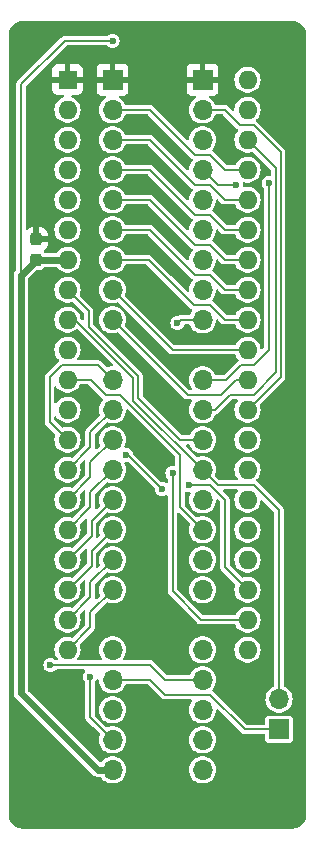
<source format=gbr>
G04 #@! TF.GenerationSoftware,KiCad,Pcbnew,8.0.4+dfsg-1*
G04 #@! TF.CreationDate,2025-03-02T11:02:12+09:00*
G04 #@! TF.ProjectId,bionic-mc6801,62696f6e-6963-42d6-9d63-363830312e6b,7*
G04 #@! TF.SameCoordinates,Original*
G04 #@! TF.FileFunction,Copper,L2,Bot*
G04 #@! TF.FilePolarity,Positive*
%FSLAX46Y46*%
G04 Gerber Fmt 4.6, Leading zero omitted, Abs format (unit mm)*
G04 Created by KiCad (PCBNEW 8.0.4+dfsg-1) date 2025-03-02 11:02:12*
%MOMM*%
%LPD*%
G01*
G04 APERTURE LIST*
G04 Aperture macros list*
%AMRoundRect*
0 Rectangle with rounded corners*
0 $1 Rounding radius*
0 $2 $3 $4 $5 $6 $7 $8 $9 X,Y pos of 4 corners*
0 Add a 4 corners polygon primitive as box body*
4,1,4,$2,$3,$4,$5,$6,$7,$8,$9,$2,$3,0*
0 Add four circle primitives for the rounded corners*
1,1,$1+$1,$2,$3*
1,1,$1+$1,$4,$5*
1,1,$1+$1,$6,$7*
1,1,$1+$1,$8,$9*
0 Add four rect primitives between the rounded corners*
20,1,$1+$1,$2,$3,$4,$5,0*
20,1,$1+$1,$4,$5,$6,$7,0*
20,1,$1+$1,$6,$7,$8,$9,0*
20,1,$1+$1,$8,$9,$2,$3,0*%
G04 Aperture macros list end*
G04 #@! TA.AperFunction,ComponentPad*
%ADD10O,1.700000X1.700000*%
G04 #@! TD*
G04 #@! TA.AperFunction,ComponentPad*
%ADD11R,1.700000X1.700000*%
G04 #@! TD*
G04 #@! TA.AperFunction,ComponentPad*
%ADD12R,1.600000X1.600000*%
G04 #@! TD*
G04 #@! TA.AperFunction,ComponentPad*
%ADD13O,1.600000X1.600000*%
G04 #@! TD*
G04 #@! TA.AperFunction,SMDPad,CuDef*
%ADD14RoundRect,0.237500X0.237500X-0.300000X0.237500X0.300000X-0.237500X0.300000X-0.237500X-0.300000X0*%
G04 #@! TD*
G04 #@! TA.AperFunction,ViaPad*
%ADD15C,0.600000*%
G04 #@! TD*
G04 #@! TA.AperFunction,Conductor*
%ADD16C,0.200000*%
G04 #@! TD*
G04 #@! TA.AperFunction,Conductor*
%ADD17C,0.600000*%
G04 #@! TD*
G04 APERTURE END LIST*
D10*
X117510000Y-133500000D03*
X117510000Y-130960000D03*
X117510000Y-128420000D03*
X117510000Y-125880000D03*
X117510000Y-123340000D03*
X117510000Y-118260000D03*
X117510000Y-115720000D03*
X117510000Y-113180000D03*
X117510000Y-110640000D03*
X117510000Y-108100000D03*
X117510000Y-105560000D03*
X117510000Y-103020000D03*
X117510000Y-100480000D03*
X117510000Y-95400000D03*
X117510000Y-92860000D03*
X117510000Y-90320000D03*
X117510000Y-87780000D03*
X117510000Y-85240000D03*
X117510000Y-82700000D03*
X117510000Y-80160000D03*
X117510000Y-77620000D03*
D11*
X117510000Y-75080000D03*
X109890000Y-75080000D03*
D10*
X109890000Y-77620000D03*
X109890000Y-80160000D03*
X109890000Y-82700000D03*
X109890000Y-85240000D03*
X109890000Y-87780000D03*
X109890000Y-90320000D03*
X109890000Y-92860000D03*
X109890000Y-95400000D03*
X109890000Y-100480000D03*
X109890000Y-103020000D03*
X109890000Y-105560000D03*
X109890000Y-108100000D03*
X109890000Y-110640000D03*
X109890000Y-113180000D03*
X109890000Y-115720000D03*
X109890000Y-118260000D03*
X109890000Y-123340000D03*
X109890000Y-125880000D03*
X109890000Y-128420000D03*
X109890000Y-130960000D03*
X109890000Y-133500000D03*
D12*
X106080000Y-75080000D03*
D13*
X106080000Y-77620000D03*
X106080000Y-80160000D03*
X106080000Y-82700000D03*
X106080000Y-85240000D03*
X106080000Y-87780000D03*
X106080000Y-90320000D03*
X106080000Y-92860000D03*
X106080000Y-95400000D03*
X106080000Y-97940000D03*
X106080000Y-100480000D03*
X106080000Y-103020000D03*
X106080000Y-105560000D03*
X106080000Y-108100000D03*
X106080000Y-110640000D03*
X106080000Y-113180000D03*
X106080000Y-115720000D03*
X106080000Y-118260000D03*
X106080000Y-120800000D03*
X106080000Y-123340000D03*
X121320000Y-123340000D03*
X121320000Y-120800000D03*
X121320000Y-118260000D03*
X121320000Y-115720000D03*
X121320000Y-113180000D03*
X121320000Y-110640000D03*
X121320000Y-108100000D03*
X121320000Y-105560000D03*
X121320000Y-103020000D03*
X121320000Y-100480000D03*
X121320000Y-97940000D03*
X121320000Y-95400000D03*
X121320000Y-92860000D03*
X121320000Y-90320000D03*
X121320000Y-87780000D03*
X121320000Y-85240000D03*
X121320000Y-82700000D03*
X121320000Y-80160000D03*
X121320000Y-77620000D03*
X121320000Y-75080000D03*
D11*
X123987000Y-130071000D03*
D10*
X123987000Y-127531000D03*
D14*
X103438400Y-90320000D03*
X103438400Y-88595000D03*
D15*
X109890000Y-71778000D03*
X113700000Y-132179200D03*
X103540000Y-121562000D03*
X107731000Y-102004000D03*
X104810000Y-127150000D03*
X122336000Y-91590000D03*
X123098000Y-108862000D03*
X122844000Y-111910000D03*
X103413000Y-92225000D03*
X113827000Y-106703000D03*
X104556000Y-86764000D03*
X113954000Y-122578000D03*
X116367000Y-109370000D03*
X115386000Y-95671500D03*
X114970000Y-108389000D03*
X120304000Y-83970000D03*
X123114000Y-83843000D03*
X114081000Y-109751000D03*
X111033000Y-106830000D03*
X107985000Y-125626000D03*
X104639735Y-124627865D03*
D16*
X106080000Y-92860000D02*
X107858000Y-94638000D01*
X107858000Y-94638000D02*
X107858000Y-95977314D01*
X112049000Y-102004000D02*
X115605000Y-105560000D01*
X107858000Y-95977314D02*
X112049000Y-100168314D01*
X112049000Y-100168314D02*
X112049000Y-102004000D01*
X115605000Y-105560000D02*
X117510000Y-105560000D01*
X117510000Y-108100000D02*
X111649000Y-102239000D01*
X111649000Y-102239000D02*
X111649000Y-100334000D01*
X111649000Y-100334000D02*
X106715000Y-95400000D01*
X106715000Y-95400000D02*
X106080000Y-95400000D01*
X115386000Y-95671500D02*
X115657500Y-95400000D01*
X115657500Y-95400000D02*
X117510000Y-95400000D01*
X109890000Y-92860000D02*
X114970000Y-97940000D01*
X114970000Y-97940000D02*
X121320000Y-97940000D01*
X107985000Y-125626000D02*
X107985000Y-129055000D01*
X107985000Y-129055000D02*
X109890000Y-130960000D01*
X114970000Y-108389000D02*
X114970000Y-118387000D01*
X114970000Y-118387000D02*
X117383000Y-120800000D01*
X117383000Y-120800000D02*
X121320000Y-120800000D01*
D17*
X102270000Y-91488400D02*
X102143000Y-91615400D01*
X102143000Y-91615400D02*
X102143000Y-127023000D01*
X102143000Y-127023000D02*
X108620000Y-133500000D01*
X108620000Y-133500000D02*
X109890000Y-133500000D01*
D16*
X102143000Y-75461000D02*
X105826000Y-71778000D01*
X102143000Y-91361400D02*
X102143000Y-75461000D01*
D17*
X103438400Y-90320000D02*
X102270000Y-91488400D01*
X103438400Y-90320000D02*
X106080000Y-90320000D01*
D16*
X105826000Y-71778000D02*
X109890000Y-71778000D01*
X102270000Y-91488400D02*
X102143000Y-91361400D01*
X117256000Y-92606000D02*
X117510000Y-92860000D01*
X116367000Y-109370000D02*
X118145000Y-109370000D01*
X119415000Y-110640000D02*
X119415000Y-116355000D01*
X119415000Y-116355000D02*
X121320000Y-118260000D01*
X118145000Y-109370000D02*
X119415000Y-110640000D01*
X120304000Y-83970000D02*
X118780000Y-83970000D01*
X118780000Y-83970000D02*
X117510000Y-82700000D01*
X120685000Y-78890000D02*
X121828000Y-78890000D01*
X121828000Y-78890000D02*
X124114000Y-81176000D01*
X124114000Y-100226000D02*
X121320000Y-103020000D01*
X124114000Y-81176000D02*
X124114000Y-100226000D01*
X117510000Y-77620000D02*
X119415000Y-77620000D01*
X119415000Y-77620000D02*
X120685000Y-78890000D01*
X108112000Y-113688000D02*
X106080000Y-115720000D01*
X109890000Y-110640000D02*
X108112000Y-112418000D01*
X108112000Y-112418000D02*
X108112000Y-113688000D01*
X109890000Y-113180000D02*
X108112000Y-114958000D01*
X108112000Y-116228000D02*
X106080000Y-118260000D01*
X108112000Y-114958000D02*
X108112000Y-116228000D01*
X116240000Y-101750000D02*
X109890000Y-95400000D01*
X121320000Y-100480000D02*
X120304000Y-100480000D01*
X119034000Y-101750000D02*
X116240000Y-101750000D01*
X120304000Y-100480000D02*
X119034000Y-101750000D01*
X107985000Y-117625000D02*
X107985000Y-118895000D01*
X109890000Y-115720000D02*
X107985000Y-117625000D01*
X107985000Y-118895000D02*
X106080000Y-120800000D01*
X112938000Y-90320000D02*
X116748000Y-94130000D01*
X109890000Y-90320000D02*
X112938000Y-90320000D01*
X118145000Y-94130000D02*
X119415000Y-95400000D01*
X116748000Y-94130000D02*
X118145000Y-94130000D01*
X119415000Y-95400000D02*
X121320000Y-95400000D01*
X123098000Y-97940000D02*
X121828000Y-99210000D01*
X121828000Y-99210000D02*
X120748500Y-99210000D01*
X123098000Y-83859000D02*
X123098000Y-97940000D01*
X120748500Y-99210000D02*
X119478500Y-100480000D01*
X119478500Y-100480000D02*
X117510000Y-100480000D01*
X123114000Y-83843000D02*
X123098000Y-83859000D01*
X116875000Y-91590000D02*
X118145000Y-91590000D01*
X119415000Y-92860000D02*
X121320000Y-92860000D01*
X109890000Y-87780000D02*
X113065000Y-87780000D01*
X113065000Y-87780000D02*
X116875000Y-91590000D01*
X118145000Y-91590000D02*
X119415000Y-92860000D01*
X123714000Y-82554000D02*
X123714000Y-99864000D01*
X118526000Y-103020000D02*
X117510000Y-103020000D01*
X121320000Y-80160000D02*
X123714000Y-82554000D01*
X119796000Y-101750000D02*
X118526000Y-103020000D01*
X123714000Y-99864000D02*
X121828000Y-101750000D01*
X121828000Y-101750000D02*
X119796000Y-101750000D01*
X109890000Y-85240000D02*
X113065000Y-85240000D01*
X116875000Y-89050000D02*
X118145000Y-89050000D01*
X118145000Y-89050000D02*
X119415000Y-90320000D01*
X113065000Y-85240000D02*
X116875000Y-89050000D01*
X119415000Y-90320000D02*
X121320000Y-90320000D01*
X118145000Y-86510000D02*
X119415000Y-87780000D01*
X113065000Y-82700000D02*
X116875000Y-86510000D01*
X119415000Y-87780000D02*
X121320000Y-87780000D01*
X116875000Y-86510000D02*
X118145000Y-86510000D01*
X109890000Y-82700000D02*
X113065000Y-82700000D01*
X119415000Y-85240000D02*
X121320000Y-85240000D01*
X113065000Y-80160000D02*
X116875000Y-83970000D01*
X118145000Y-83970000D02*
X119415000Y-85240000D01*
X116875000Y-83970000D02*
X118145000Y-83970000D01*
X109890000Y-80160000D02*
X113065000Y-80160000D01*
X111160000Y-106830000D02*
X111033000Y-106830000D01*
X114081000Y-109751000D02*
X111160000Y-106830000D01*
X109890000Y-77620000D02*
X113065000Y-77620000D01*
X113065000Y-77620000D02*
X116875000Y-81430000D01*
X116875000Y-81430000D02*
X118145000Y-81430000D01*
X119415000Y-82700000D02*
X121320000Y-82700000D01*
X118145000Y-81430000D02*
X119415000Y-82700000D01*
X106080000Y-100480000D02*
X108031000Y-100480000D01*
X110525000Y-101750000D02*
X115605000Y-106830000D01*
X115605000Y-111275000D02*
X117510000Y-113180000D01*
X109301000Y-101750000D02*
X110525000Y-101750000D01*
X115605000Y-106830000D02*
X115605000Y-111275000D01*
X108031000Y-100480000D02*
X109301000Y-101750000D01*
X121828000Y-109370000D02*
X118780000Y-109370000D01*
X118780000Y-109370000D02*
X117510000Y-108100000D01*
X123987000Y-127531000D02*
X123987000Y-111529000D01*
X123987000Y-111529000D02*
X121828000Y-109370000D01*
X109890000Y-100480000D02*
X108620000Y-99210000D01*
X105572000Y-99210000D02*
X104556000Y-100226000D01*
X104556000Y-104036000D02*
X106080000Y-105560000D01*
X104556000Y-100226000D02*
X104556000Y-104036000D01*
X108620000Y-99210000D02*
X105572000Y-99210000D01*
X109890000Y-103020000D02*
X107985000Y-104925000D01*
X107985000Y-104925000D02*
X107985000Y-106195000D01*
X107985000Y-106195000D02*
X106080000Y-108100000D01*
X107985000Y-108735000D02*
X106080000Y-110640000D01*
X107985000Y-107465000D02*
X107985000Y-108735000D01*
X109890000Y-105560000D02*
X107985000Y-107465000D01*
X107985000Y-111275000D02*
X106080000Y-113180000D01*
X107985000Y-110005000D02*
X107985000Y-111275000D01*
X109890000Y-108100000D02*
X107985000Y-110005000D01*
X107985000Y-121435000D02*
X107985000Y-120165000D01*
X106080000Y-123340000D02*
X107985000Y-121435000D01*
X107985000Y-120165000D02*
X109890000Y-118260000D01*
X121066000Y-130071000D02*
X123987000Y-130071000D01*
X114360400Y-127150000D02*
X118145000Y-127150000D01*
X118145000Y-127150000D02*
X121066000Y-130071000D01*
X113090400Y-125880000D02*
X114360400Y-127150000D01*
X109890000Y-125880000D02*
X113090400Y-125880000D01*
X114360400Y-125880000D02*
X117510000Y-125880000D01*
X104657600Y-124610000D02*
X113090400Y-124610000D01*
X104639735Y-124627865D02*
X104657600Y-124610000D01*
X113090400Y-124610000D02*
X114360400Y-125880000D01*
G04 #@! TA.AperFunction,Conductor*
G36*
X111179231Y-102980553D02*
G01*
X111210086Y-103001479D01*
X115175504Y-106966897D01*
X115203281Y-107021414D01*
X115204500Y-107036901D01*
X115204500Y-107701302D01*
X115185593Y-107759493D01*
X115136093Y-107795457D01*
X115092578Y-107799455D01*
X114970001Y-107783318D01*
X114969999Y-107783318D01*
X114813241Y-107803955D01*
X114813233Y-107803957D01*
X114667161Y-107864462D01*
X114667160Y-107864462D01*
X114541723Y-107960713D01*
X114541713Y-107960723D01*
X114445462Y-108086160D01*
X114445462Y-108086161D01*
X114384957Y-108232233D01*
X114384955Y-108232241D01*
X114364318Y-108388999D01*
X114364318Y-108389000D01*
X114384955Y-108545758D01*
X114384957Y-108545766D01*
X114445462Y-108691838D01*
X114445462Y-108691839D01*
X114545668Y-108822431D01*
X114544283Y-108823493D01*
X114568279Y-108870569D01*
X114569500Y-108886071D01*
X114569500Y-109168173D01*
X114550593Y-109226364D01*
X114501093Y-109262328D01*
X114439907Y-109262328D01*
X114410236Y-109246717D01*
X114383841Y-109226464D01*
X114383838Y-109226463D01*
X114383836Y-109226461D01*
X114237766Y-109165957D01*
X114237758Y-109165955D01*
X114074567Y-109144471D01*
X114074794Y-109142743D01*
X114024528Y-109126411D01*
X114012715Y-109116322D01*
X111649145Y-106752752D01*
X111621368Y-106698235D01*
X111620996Y-106695667D01*
X111618044Y-106673238D01*
X111557537Y-106527161D01*
X111557537Y-106527160D01*
X111461284Y-106401721D01*
X111461282Y-106401718D01*
X111461277Y-106401714D01*
X111461276Y-106401713D01*
X111335838Y-106305462D01*
X111189766Y-106244957D01*
X111189758Y-106244955D01*
X111033001Y-106224318D01*
X111032995Y-106224318D01*
X111015703Y-106226594D01*
X110955543Y-106215442D01*
X110913427Y-106171059D01*
X110905442Y-106110397D01*
X110914161Y-106084317D01*
X110967405Y-105977389D01*
X111025756Y-105772310D01*
X111045429Y-105560000D01*
X111025756Y-105347690D01*
X110967405Y-105142611D01*
X110872366Y-104951745D01*
X110743872Y-104781593D01*
X110689623Y-104732139D01*
X110586307Y-104637952D01*
X110586300Y-104637946D01*
X110405024Y-104525705D01*
X110405019Y-104525702D01*
X110206195Y-104448678D01*
X109996610Y-104409500D01*
X109783390Y-104409500D01*
X109573804Y-104448678D01*
X109374980Y-104525702D01*
X109374975Y-104525705D01*
X109193699Y-104637946D01*
X109193692Y-104637952D01*
X109036135Y-104781586D01*
X109036131Y-104781589D01*
X109036128Y-104781593D01*
X109036125Y-104781597D01*
X108907635Y-104951743D01*
X108907630Y-104951752D01*
X108812596Y-105142608D01*
X108754244Y-105347688D01*
X108734571Y-105560000D01*
X108754244Y-105772311D01*
X108812598Y-105977401D01*
X108814249Y-105981661D01*
X108812870Y-105982195D01*
X108820977Y-106036647D01*
X108793348Y-106090257D01*
X108553763Y-106329842D01*
X108499246Y-106357619D01*
X108438814Y-106348048D01*
X108395549Y-106304783D01*
X108386864Y-106254216D01*
X108385500Y-106254216D01*
X108385500Y-105131900D01*
X108404407Y-105073709D01*
X108414490Y-105061902D01*
X109363326Y-104113065D01*
X109417841Y-104085290D01*
X109469090Y-104090756D01*
X109573802Y-104131321D01*
X109783390Y-104170500D01*
X109996610Y-104170500D01*
X110206198Y-104131321D01*
X110405019Y-104054298D01*
X110586302Y-103942052D01*
X110743872Y-103798407D01*
X110872366Y-103628255D01*
X110967405Y-103437389D01*
X111025756Y-103232310D01*
X111041505Y-103062346D01*
X111065700Y-103006151D01*
X111118307Y-102974907D01*
X111179231Y-102980553D01*
G37*
G04 #@! TD.AperFunction*
G04 #@! TA.AperFunction,Conductor*
G36*
X125134309Y-70100877D02*
G01*
X125324457Y-70117512D01*
X125341437Y-70120505D01*
X125521635Y-70168789D01*
X125537839Y-70174687D01*
X125706902Y-70253523D01*
X125721842Y-70262149D01*
X125874641Y-70369140D01*
X125887861Y-70380232D01*
X126019767Y-70512138D01*
X126030859Y-70525358D01*
X126137850Y-70678157D01*
X126146478Y-70693101D01*
X126225308Y-70862151D01*
X126231211Y-70878368D01*
X126279492Y-71058555D01*
X126282488Y-71075550D01*
X126299123Y-71265690D01*
X126299500Y-71274318D01*
X126299500Y-137305681D01*
X126299123Y-137314309D01*
X126282488Y-137504449D01*
X126279492Y-137521444D01*
X126231211Y-137701631D01*
X126225308Y-137717848D01*
X126146478Y-137886898D01*
X126137850Y-137901842D01*
X126030859Y-138054641D01*
X126019767Y-138067861D01*
X125887861Y-138199767D01*
X125874641Y-138210859D01*
X125721842Y-138317850D01*
X125706898Y-138326478D01*
X125537848Y-138405308D01*
X125521631Y-138411211D01*
X125341444Y-138459492D01*
X125324449Y-138462488D01*
X125134309Y-138479123D01*
X125125681Y-138479500D01*
X102274319Y-138479500D01*
X102265691Y-138479123D01*
X102075550Y-138462488D01*
X102058555Y-138459492D01*
X101878368Y-138411211D01*
X101862154Y-138405309D01*
X101693100Y-138326477D01*
X101678157Y-138317850D01*
X101525358Y-138210859D01*
X101512138Y-138199767D01*
X101380232Y-138067861D01*
X101369140Y-138054641D01*
X101262149Y-137901842D01*
X101253523Y-137886902D01*
X101174687Y-137717839D01*
X101168788Y-137701631D01*
X101149843Y-137630926D01*
X101120505Y-137521437D01*
X101117512Y-137504457D01*
X101100877Y-137314309D01*
X101100500Y-137305681D01*
X101100500Y-91536343D01*
X101542499Y-91536343D01*
X101542499Y-91536345D01*
X101542499Y-91702431D01*
X101542500Y-91702444D01*
X101542500Y-126937863D01*
X101542499Y-126937881D01*
X101542499Y-126943943D01*
X101542499Y-127102057D01*
X101583423Y-127254785D01*
X101583424Y-127254787D01*
X101591918Y-127269498D01*
X101591919Y-127269501D01*
X101662478Y-127391713D01*
X101662480Y-127391716D01*
X101774284Y-127503520D01*
X101774286Y-127503521D01*
X108139478Y-133868713D01*
X108139480Y-133868716D01*
X108251284Y-133980520D01*
X108251286Y-133980521D01*
X108251289Y-133980524D01*
X108251288Y-133980524D01*
X108338091Y-134030637D01*
X108338093Y-134030639D01*
X108338094Y-134030639D01*
X108360916Y-134043815D01*
X108388215Y-134059577D01*
X108540942Y-134100500D01*
X108540943Y-134100500D01*
X108852482Y-134100500D01*
X108910673Y-134119407D01*
X108931483Y-134139836D01*
X109036128Y-134278407D01*
X109036135Y-134278413D01*
X109193692Y-134422047D01*
X109193699Y-134422053D01*
X109297389Y-134486255D01*
X109374981Y-134534298D01*
X109573802Y-134611321D01*
X109783390Y-134650500D01*
X109996610Y-134650500D01*
X110206198Y-134611321D01*
X110405019Y-134534298D01*
X110586302Y-134422052D01*
X110743872Y-134278407D01*
X110872366Y-134108255D01*
X110967405Y-133917389D01*
X111025756Y-133712310D01*
X111045429Y-133500000D01*
X116354571Y-133500000D01*
X116374244Y-133712310D01*
X116418745Y-133868713D01*
X116432596Y-133917391D01*
X116523772Y-134100500D01*
X116527634Y-134108255D01*
X116656128Y-134278407D01*
X116656135Y-134278413D01*
X116813692Y-134422047D01*
X116813699Y-134422053D01*
X116917389Y-134486255D01*
X116994981Y-134534298D01*
X117193802Y-134611321D01*
X117403390Y-134650500D01*
X117616610Y-134650500D01*
X117826198Y-134611321D01*
X118025019Y-134534298D01*
X118206302Y-134422052D01*
X118363872Y-134278407D01*
X118492366Y-134108255D01*
X118587405Y-133917389D01*
X118645756Y-133712310D01*
X118665429Y-133500000D01*
X118645756Y-133287690D01*
X118587405Y-133082611D01*
X118492366Y-132891745D01*
X118363872Y-132721593D01*
X118309623Y-132672139D01*
X118206307Y-132577952D01*
X118206300Y-132577946D01*
X118025024Y-132465705D01*
X118025019Y-132465702D01*
X117826195Y-132388678D01*
X117616610Y-132349500D01*
X117403390Y-132349500D01*
X117193804Y-132388678D01*
X116994980Y-132465702D01*
X116994975Y-132465705D01*
X116813699Y-132577946D01*
X116813692Y-132577952D01*
X116656135Y-132721586D01*
X116656131Y-132721589D01*
X116656128Y-132721593D01*
X116656125Y-132721597D01*
X116527635Y-132891743D01*
X116527630Y-132891752D01*
X116432596Y-133082608D01*
X116374244Y-133287688D01*
X116374244Y-133287690D01*
X116354571Y-133500000D01*
X111045429Y-133500000D01*
X111025756Y-133287690D01*
X110967405Y-133082611D01*
X110872366Y-132891745D01*
X110743872Y-132721593D01*
X110689623Y-132672139D01*
X110586307Y-132577952D01*
X110586300Y-132577946D01*
X110405024Y-132465705D01*
X110405019Y-132465702D01*
X110206195Y-132388678D01*
X109996610Y-132349500D01*
X109783390Y-132349500D01*
X109573804Y-132388678D01*
X109374980Y-132465702D01*
X109374975Y-132465705D01*
X109193699Y-132577946D01*
X109193692Y-132577952D01*
X109036135Y-132721586D01*
X109036131Y-132721589D01*
X109036128Y-132721593D01*
X109036125Y-132721596D01*
X109036123Y-132721599D01*
X108956121Y-132827537D01*
X108905965Y-132862579D01*
X108844790Y-132861448D01*
X108807114Y-132837879D01*
X102772496Y-126803261D01*
X102744719Y-126748744D01*
X102743500Y-126733257D01*
X102743500Y-124627864D01*
X104034053Y-124627864D01*
X104034053Y-124627865D01*
X104054690Y-124784623D01*
X104054692Y-124784631D01*
X104115197Y-124930703D01*
X104115197Y-124930704D01*
X104206149Y-125049235D01*
X104211453Y-125056147D01*
X104336894Y-125152401D01*
X104482973Y-125212909D01*
X104600544Y-125228387D01*
X104639734Y-125233547D01*
X104639735Y-125233547D01*
X104639736Y-125233547D01*
X104671087Y-125229419D01*
X104796497Y-125212909D01*
X104942576Y-125152401D01*
X105068017Y-125056147D01*
X105073321Y-125049233D01*
X105123744Y-125014578D01*
X105151864Y-125010500D01*
X107509061Y-125010500D01*
X107567252Y-125029407D01*
X107603216Y-125078907D01*
X107603216Y-125140093D01*
X107569328Y-125188042D01*
X107556722Y-125197714D01*
X107556713Y-125197723D01*
X107460462Y-125323160D01*
X107460462Y-125323161D01*
X107399957Y-125469233D01*
X107399955Y-125469241D01*
X107379318Y-125625999D01*
X107379318Y-125626000D01*
X107399955Y-125782758D01*
X107399957Y-125782766D01*
X107460462Y-125928838D01*
X107460462Y-125928839D01*
X107560668Y-126059431D01*
X107559283Y-126060493D01*
X107583279Y-126107569D01*
X107584500Y-126123071D01*
X107584500Y-129002273D01*
X107584500Y-129107727D01*
X107602830Y-129176136D01*
X107611794Y-129209592D01*
X107664516Y-129300908D01*
X107664517Y-129300909D01*
X107664518Y-129300910D01*
X107664520Y-129300913D01*
X108230539Y-129866932D01*
X108793348Y-130429741D01*
X108821125Y-130484258D01*
X108812904Y-130537818D01*
X108814249Y-130538339D01*
X108812598Y-130542598D01*
X108754244Y-130747688D01*
X108734571Y-130960000D01*
X108754244Y-131172311D01*
X108768239Y-131221498D01*
X108812595Y-131377389D01*
X108907634Y-131568255D01*
X109036128Y-131738407D01*
X109036135Y-131738413D01*
X109193692Y-131882047D01*
X109193699Y-131882053D01*
X109297389Y-131946255D01*
X109374981Y-131994298D01*
X109573802Y-132071321D01*
X109783390Y-132110500D01*
X109996610Y-132110500D01*
X110206198Y-132071321D01*
X110405019Y-131994298D01*
X110586302Y-131882052D01*
X110743872Y-131738407D01*
X110872366Y-131568255D01*
X110967405Y-131377389D01*
X111025756Y-131172310D01*
X111045429Y-130960000D01*
X116354571Y-130960000D01*
X116374244Y-131172311D01*
X116388239Y-131221498D01*
X116432595Y-131377389D01*
X116527634Y-131568255D01*
X116656128Y-131738407D01*
X116656135Y-131738413D01*
X116813692Y-131882047D01*
X116813699Y-131882053D01*
X116917389Y-131946255D01*
X116994981Y-131994298D01*
X117193802Y-132071321D01*
X117403390Y-132110500D01*
X117616610Y-132110500D01*
X117826198Y-132071321D01*
X118025019Y-131994298D01*
X118206302Y-131882052D01*
X118363872Y-131738407D01*
X118492366Y-131568255D01*
X118587405Y-131377389D01*
X118645756Y-131172310D01*
X118665429Y-130960000D01*
X118645756Y-130747690D01*
X118587405Y-130542611D01*
X118492366Y-130351745D01*
X118363872Y-130181593D01*
X118309623Y-130132139D01*
X118206307Y-130037952D01*
X118206300Y-130037946D01*
X118025024Y-129925705D01*
X118025019Y-129925702D01*
X117939657Y-129892633D01*
X117826198Y-129848679D01*
X117826197Y-129848678D01*
X117826195Y-129848678D01*
X117616610Y-129809500D01*
X117403390Y-129809500D01*
X117193804Y-129848678D01*
X116994980Y-129925702D01*
X116994975Y-129925705D01*
X116813699Y-130037946D01*
X116813692Y-130037952D01*
X116656135Y-130181586D01*
X116656131Y-130181589D01*
X116656128Y-130181593D01*
X116656125Y-130181597D01*
X116527635Y-130351743D01*
X116527630Y-130351752D01*
X116432596Y-130542608D01*
X116374244Y-130747688D01*
X116354571Y-130960000D01*
X111045429Y-130960000D01*
X111025756Y-130747690D01*
X110967405Y-130542611D01*
X110872366Y-130351745D01*
X110743872Y-130181593D01*
X110689623Y-130132139D01*
X110586307Y-130037952D01*
X110586300Y-130037946D01*
X110405024Y-129925705D01*
X110405019Y-129925702D01*
X110319657Y-129892633D01*
X110206198Y-129848679D01*
X110206197Y-129848678D01*
X110206195Y-129848678D01*
X109996610Y-129809500D01*
X109783390Y-129809500D01*
X109573802Y-129848678D01*
X109469091Y-129889243D01*
X109408000Y-129892633D01*
X109363325Y-129866932D01*
X108414496Y-128918103D01*
X108386719Y-128863586D01*
X108385500Y-128848099D01*
X108385500Y-128420000D01*
X108734571Y-128420000D01*
X108748034Y-128565298D01*
X108754244Y-128632310D01*
X108812595Y-128837389D01*
X108907634Y-129028255D01*
X109036128Y-129198407D01*
X109106734Y-129262773D01*
X109193692Y-129342047D01*
X109193699Y-129342053D01*
X109297389Y-129406255D01*
X109374981Y-129454298D01*
X109573802Y-129531321D01*
X109783390Y-129570500D01*
X109996610Y-129570500D01*
X110206198Y-129531321D01*
X110405019Y-129454298D01*
X110586302Y-129342052D01*
X110743872Y-129198407D01*
X110872366Y-129028255D01*
X110967405Y-128837389D01*
X111025756Y-128632310D01*
X111045429Y-128420000D01*
X111025756Y-128207690D01*
X110967405Y-128002611D01*
X110872366Y-127811745D01*
X110743872Y-127641593D01*
X110664688Y-127569407D01*
X110586307Y-127497952D01*
X110586300Y-127497946D01*
X110405024Y-127385705D01*
X110405019Y-127385702D01*
X110206198Y-127308679D01*
X110206197Y-127308678D01*
X110206195Y-127308678D01*
X109996610Y-127269500D01*
X109783390Y-127269500D01*
X109573804Y-127308678D01*
X109374980Y-127385702D01*
X109374975Y-127385705D01*
X109193699Y-127497946D01*
X109193692Y-127497952D01*
X109036135Y-127641586D01*
X109036131Y-127641589D01*
X109036128Y-127641593D01*
X109036125Y-127641597D01*
X108907635Y-127811743D01*
X108907630Y-127811752D01*
X108812596Y-128002608D01*
X108754244Y-128207688D01*
X108734571Y-128420000D01*
X108385500Y-128420000D01*
X108385500Y-126123071D01*
X108404407Y-126064880D01*
X108411715Y-126056324D01*
X108413282Y-126054282D01*
X108509536Y-125928841D01*
X108544107Y-125845380D01*
X108583843Y-125798854D01*
X108643338Y-125784570D01*
X108699866Y-125807985D01*
X108731836Y-125860154D01*
X108733650Y-125875488D01*
X108734149Y-125875442D01*
X108734571Y-125879998D01*
X108734571Y-125880000D01*
X108739097Y-125928839D01*
X108754244Y-126092311D01*
X108762996Y-126123071D01*
X108812595Y-126297389D01*
X108907634Y-126488255D01*
X109036128Y-126658407D01*
X109036135Y-126658413D01*
X109193692Y-126802047D01*
X109193699Y-126802053D01*
X109238057Y-126829518D01*
X109374981Y-126914298D01*
X109573802Y-126991321D01*
X109783390Y-127030500D01*
X109996610Y-127030500D01*
X110206198Y-126991321D01*
X110405019Y-126914298D01*
X110586302Y-126802052D01*
X110743872Y-126658407D01*
X110872366Y-126488255D01*
X110948492Y-126335372D01*
X110991354Y-126291710D01*
X111037113Y-126280500D01*
X112883499Y-126280500D01*
X112941690Y-126299407D01*
X112953503Y-126309496D01*
X114114487Y-127470480D01*
X114114489Y-127470481D01*
X114114490Y-127470482D01*
X114114491Y-127470483D01*
X114205808Y-127523205D01*
X114205806Y-127523205D01*
X114205810Y-127523206D01*
X114205812Y-127523207D01*
X114307673Y-127550500D01*
X114413127Y-127550500D01*
X116526099Y-127550500D01*
X116584290Y-127569407D01*
X116620254Y-127618907D01*
X116620254Y-127680093D01*
X116605104Y-127709159D01*
X116568746Y-127757303D01*
X116527635Y-127811743D01*
X116527630Y-127811752D01*
X116432596Y-128002608D01*
X116374244Y-128207688D01*
X116354571Y-128420000D01*
X116368034Y-128565298D01*
X116374244Y-128632310D01*
X116432595Y-128837389D01*
X116527634Y-129028255D01*
X116656128Y-129198407D01*
X116726734Y-129262773D01*
X116813692Y-129342047D01*
X116813699Y-129342053D01*
X116917389Y-129406255D01*
X116994981Y-129454298D01*
X117193802Y-129531321D01*
X117403390Y-129570500D01*
X117616610Y-129570500D01*
X117826198Y-129531321D01*
X118025019Y-129454298D01*
X118206302Y-129342052D01*
X118363872Y-129198407D01*
X118492366Y-129028255D01*
X118587405Y-128837389D01*
X118645756Y-128632310D01*
X118661505Y-128462346D01*
X118685700Y-128406151D01*
X118738307Y-128374907D01*
X118799231Y-128380553D01*
X118830086Y-128401479D01*
X120820087Y-130391480D01*
X120820089Y-130391481D01*
X120820090Y-130391482D01*
X120820091Y-130391483D01*
X120911408Y-130444205D01*
X120911406Y-130444205D01*
X120911410Y-130444206D01*
X120911412Y-130444207D01*
X121013273Y-130471500D01*
X121118727Y-130471500D01*
X122737501Y-130471500D01*
X122795692Y-130490407D01*
X122831656Y-130539907D01*
X122836501Y-130570500D01*
X122836501Y-130965863D01*
X122839414Y-130990990D01*
X122864756Y-131048385D01*
X122884794Y-131093765D01*
X122964235Y-131173206D01*
X123067009Y-131218585D01*
X123092135Y-131221500D01*
X124881864Y-131221499D01*
X124906991Y-131218585D01*
X125009765Y-131173206D01*
X125089206Y-131093765D01*
X125134585Y-130990991D01*
X125137500Y-130965865D01*
X125137499Y-129176136D01*
X125134585Y-129151009D01*
X125089206Y-129048235D01*
X125009765Y-128968794D01*
X124906991Y-128923415D01*
X124906990Y-128923414D01*
X124906988Y-128923414D01*
X124881868Y-128920500D01*
X123092139Y-128920500D01*
X123092136Y-128920501D01*
X123067009Y-128923414D01*
X122964235Y-128968794D01*
X122884794Y-129048235D01*
X122839414Y-129151011D01*
X122836500Y-129176130D01*
X122836500Y-129571500D01*
X122817593Y-129629691D01*
X122768093Y-129665655D01*
X122737500Y-129670500D01*
X121272901Y-129670500D01*
X121214710Y-129651593D01*
X121202897Y-129641504D01*
X119870795Y-128309402D01*
X118390913Y-126829520D01*
X118390910Y-126829518D01*
X118376680Y-126821302D01*
X118335739Y-126775831D01*
X118329345Y-126714981D01*
X118359489Y-126662401D01*
X118363872Y-126658407D01*
X118492366Y-126488255D01*
X118587405Y-126297389D01*
X118645756Y-126092310D01*
X118665429Y-125880000D01*
X118645756Y-125667690D01*
X118587405Y-125462611D01*
X118492366Y-125271745D01*
X118363872Y-125101593D01*
X118268422Y-125014578D01*
X118206307Y-124957952D01*
X118206300Y-124957946D01*
X118025024Y-124845705D01*
X118025019Y-124845702D01*
X117867365Y-124784627D01*
X117826198Y-124768679D01*
X117826197Y-124768678D01*
X117826195Y-124768678D01*
X117616610Y-124729500D01*
X117403390Y-124729500D01*
X117193804Y-124768678D01*
X116994980Y-124845702D01*
X116994975Y-124845705D01*
X116813699Y-124957946D01*
X116813692Y-124957952D01*
X116656135Y-125101586D01*
X116656131Y-125101589D01*
X116656128Y-125101593D01*
X116656125Y-125101597D01*
X116527635Y-125271743D01*
X116527630Y-125271752D01*
X116451508Y-125424628D01*
X116408646Y-125468290D01*
X116362887Y-125479500D01*
X114567301Y-125479500D01*
X114509110Y-125460593D01*
X114497297Y-125450504D01*
X113977496Y-124930703D01*
X113336313Y-124289520D01*
X113336310Y-124289518D01*
X113336309Y-124289517D01*
X113336308Y-124289516D01*
X113244991Y-124236794D01*
X113244993Y-124236794D01*
X113205470Y-124226204D01*
X113143127Y-124209500D01*
X113143125Y-124209500D01*
X110873901Y-124209500D01*
X110815710Y-124190593D01*
X110779746Y-124141093D01*
X110779746Y-124079907D01*
X110794897Y-124050839D01*
X110872366Y-123948255D01*
X110967405Y-123757389D01*
X111025756Y-123552310D01*
X111045429Y-123340000D01*
X116354571Y-123340000D01*
X116374244Y-123552310D01*
X116432595Y-123757389D01*
X116527634Y-123948255D01*
X116656128Y-124118407D01*
X116656135Y-124118413D01*
X116813692Y-124262047D01*
X116813699Y-124262053D01*
X116858055Y-124289517D01*
X116994981Y-124374298D01*
X117193802Y-124451321D01*
X117403390Y-124490500D01*
X117616610Y-124490500D01*
X117826198Y-124451321D01*
X118025019Y-124374298D01*
X118206302Y-124262052D01*
X118363872Y-124118407D01*
X118492366Y-123948255D01*
X118587405Y-123757389D01*
X118645756Y-123552310D01*
X118665429Y-123340000D01*
X120214785Y-123340000D01*
X120233603Y-123543083D01*
X120289418Y-123739250D01*
X120380327Y-123921821D01*
X120503236Y-124084579D01*
X120653959Y-124221981D01*
X120827363Y-124329348D01*
X121017544Y-124403024D01*
X121218024Y-124440500D01*
X121421976Y-124440500D01*
X121622456Y-124403024D01*
X121812637Y-124329348D01*
X121986041Y-124221981D01*
X122136764Y-124084579D01*
X122259673Y-123921821D01*
X122350582Y-123739250D01*
X122406397Y-123543083D01*
X122425215Y-123340000D01*
X122406397Y-123136917D01*
X122350582Y-122940750D01*
X122259673Y-122758179D01*
X122136764Y-122595421D01*
X121986041Y-122458019D01*
X121812637Y-122350652D01*
X121622456Y-122276976D01*
X121622455Y-122276975D01*
X121622453Y-122276975D01*
X121421976Y-122239500D01*
X121218024Y-122239500D01*
X121017546Y-122276975D01*
X121017541Y-122276977D01*
X120827363Y-122350652D01*
X120718676Y-122417948D01*
X120653959Y-122458019D01*
X120503237Y-122595420D01*
X120380328Y-122758177D01*
X120380323Y-122758186D01*
X120298450Y-122922611D01*
X120289418Y-122940750D01*
X120233603Y-123136917D01*
X120214785Y-123340000D01*
X118665429Y-123340000D01*
X118645756Y-123127690D01*
X118587405Y-122922611D01*
X118492366Y-122731745D01*
X118363872Y-122561593D01*
X118309623Y-122512139D01*
X118206307Y-122417952D01*
X118206300Y-122417946D01*
X118025024Y-122305705D01*
X118025019Y-122305702D01*
X117973078Y-122285580D01*
X117826198Y-122228679D01*
X117826197Y-122228678D01*
X117826195Y-122228678D01*
X117616610Y-122189500D01*
X117403390Y-122189500D01*
X117193804Y-122228678D01*
X116994980Y-122305702D01*
X116994975Y-122305705D01*
X116813699Y-122417946D01*
X116813692Y-122417952D01*
X116656135Y-122561586D01*
X116656131Y-122561589D01*
X116656128Y-122561593D01*
X116656125Y-122561597D01*
X116527635Y-122731743D01*
X116527630Y-122731752D01*
X116432596Y-122922608D01*
X116374244Y-123127688D01*
X116374244Y-123127690D01*
X116354571Y-123340000D01*
X111045429Y-123340000D01*
X111025756Y-123127690D01*
X110967405Y-122922611D01*
X110872366Y-122731745D01*
X110743872Y-122561593D01*
X110689623Y-122512139D01*
X110586307Y-122417952D01*
X110586300Y-122417946D01*
X110405024Y-122305705D01*
X110405019Y-122305702D01*
X110353078Y-122285580D01*
X110206198Y-122228679D01*
X110206197Y-122228678D01*
X110206195Y-122228678D01*
X109996610Y-122189500D01*
X109783390Y-122189500D01*
X109573804Y-122228678D01*
X109374980Y-122305702D01*
X109374975Y-122305705D01*
X109193699Y-122417946D01*
X109193692Y-122417952D01*
X109036135Y-122561586D01*
X109036131Y-122561589D01*
X109036128Y-122561593D01*
X109036125Y-122561597D01*
X108907635Y-122731743D01*
X108907630Y-122731752D01*
X108812596Y-122922608D01*
X108754244Y-123127688D01*
X108754244Y-123127690D01*
X108734571Y-123340000D01*
X108754244Y-123552310D01*
X108812595Y-123757389D01*
X108907634Y-123948255D01*
X108979048Y-124042822D01*
X108985103Y-124050839D01*
X109005082Y-124108670D01*
X108987253Y-124167201D01*
X108938427Y-124204073D01*
X108906099Y-124209500D01*
X107001246Y-124209500D01*
X106943055Y-124190593D01*
X106907091Y-124141093D01*
X106907091Y-124079907D01*
X106922239Y-124050844D01*
X107019673Y-123921821D01*
X107110582Y-123739250D01*
X107166397Y-123543083D01*
X107185215Y-123340000D01*
X107166397Y-123136917D01*
X107112118Y-122946148D01*
X107114379Y-122885010D01*
X107137333Y-122849058D01*
X108305480Y-121680913D01*
X108358207Y-121589588D01*
X108385500Y-121487727D01*
X108385500Y-121382273D01*
X108385500Y-120371900D01*
X108404407Y-120313709D01*
X108414490Y-120301902D01*
X109363326Y-119353065D01*
X109417841Y-119325290D01*
X109469090Y-119330756D01*
X109573802Y-119371321D01*
X109783390Y-119410500D01*
X109996610Y-119410500D01*
X110206198Y-119371321D01*
X110405019Y-119294298D01*
X110586302Y-119182052D01*
X110743872Y-119038407D01*
X110872366Y-118868255D01*
X110967405Y-118677389D01*
X111025756Y-118472310D01*
X111045429Y-118260000D01*
X111025756Y-118047690D01*
X110967405Y-117842611D01*
X110872366Y-117651745D01*
X110743872Y-117481593D01*
X110631429Y-117379087D01*
X110586307Y-117337952D01*
X110586300Y-117337946D01*
X110405024Y-117225705D01*
X110405019Y-117225702D01*
X110353078Y-117205580D01*
X110206198Y-117148679D01*
X110206197Y-117148678D01*
X110206195Y-117148678D01*
X109996610Y-117109500D01*
X109783390Y-117109500D01*
X109573804Y-117148678D01*
X109374980Y-117225702D01*
X109374975Y-117225705D01*
X109193699Y-117337946D01*
X109193692Y-117337952D01*
X109036135Y-117481586D01*
X109036131Y-117481589D01*
X109036128Y-117481593D01*
X109036125Y-117481597D01*
X108907635Y-117651743D01*
X108907630Y-117651752D01*
X108812596Y-117842608D01*
X108754244Y-118047688D01*
X108734571Y-118260000D01*
X108754244Y-118472311D01*
X108812598Y-118677401D01*
X108814249Y-118681661D01*
X108812870Y-118682195D01*
X108820977Y-118736647D01*
X108793348Y-118790257D01*
X108553763Y-119029842D01*
X108499246Y-119057619D01*
X108438814Y-119048048D01*
X108395549Y-119004783D01*
X108386864Y-118954216D01*
X108385500Y-118954216D01*
X108385500Y-117831900D01*
X108404407Y-117773709D01*
X108414490Y-117761902D01*
X109363326Y-116813065D01*
X109417841Y-116785290D01*
X109469090Y-116790756D01*
X109573802Y-116831321D01*
X109783390Y-116870500D01*
X109996610Y-116870500D01*
X110206198Y-116831321D01*
X110405019Y-116754298D01*
X110586302Y-116642052D01*
X110743872Y-116498407D01*
X110872366Y-116328255D01*
X110967405Y-116137389D01*
X111025756Y-115932310D01*
X111045429Y-115720000D01*
X111025756Y-115507690D01*
X110967405Y-115302611D01*
X110872366Y-115111745D01*
X110743872Y-114941593D01*
X110641441Y-114848214D01*
X110586307Y-114797952D01*
X110586300Y-114797946D01*
X110405024Y-114685705D01*
X110405019Y-114685702D01*
X110353078Y-114665580D01*
X110206198Y-114608679D01*
X110206197Y-114608678D01*
X110206195Y-114608678D01*
X109996610Y-114569500D01*
X109783390Y-114569500D01*
X109573804Y-114608678D01*
X109374980Y-114685702D01*
X109374975Y-114685705D01*
X109193699Y-114797946D01*
X109193692Y-114797952D01*
X109036135Y-114941586D01*
X109036131Y-114941589D01*
X109036128Y-114941593D01*
X109036125Y-114941597D01*
X108907635Y-115111743D01*
X108907630Y-115111752D01*
X108812596Y-115302608D01*
X108754244Y-115507688D01*
X108734571Y-115720000D01*
X108754244Y-115932311D01*
X108812598Y-116137401D01*
X108814249Y-116141661D01*
X108812870Y-116142195D01*
X108820977Y-116196647D01*
X108793348Y-116250257D01*
X108680763Y-116362842D01*
X108626246Y-116390619D01*
X108565814Y-116381048D01*
X108522549Y-116337783D01*
X108513864Y-116287216D01*
X108512500Y-116287216D01*
X108512500Y-115164900D01*
X108531407Y-115106709D01*
X108541496Y-115094896D01*
X108950690Y-114685702D01*
X109363326Y-114273065D01*
X109417841Y-114245290D01*
X109469090Y-114250756D01*
X109573802Y-114291321D01*
X109783390Y-114330500D01*
X109996610Y-114330500D01*
X110206198Y-114291321D01*
X110405019Y-114214298D01*
X110586302Y-114102052D01*
X110743872Y-113958407D01*
X110872366Y-113788255D01*
X110967405Y-113597389D01*
X111025756Y-113392310D01*
X111045429Y-113180000D01*
X111025756Y-112967690D01*
X110967405Y-112762611D01*
X110872366Y-112571745D01*
X110743872Y-112401593D01*
X110641441Y-112308214D01*
X110586307Y-112257952D01*
X110586300Y-112257946D01*
X110405024Y-112145705D01*
X110405019Y-112145702D01*
X110353078Y-112125580D01*
X110206198Y-112068679D01*
X110206197Y-112068678D01*
X110206195Y-112068678D01*
X109996610Y-112029500D01*
X109783390Y-112029500D01*
X109573804Y-112068678D01*
X109374980Y-112145702D01*
X109374975Y-112145705D01*
X109193699Y-112257946D01*
X109193692Y-112257952D01*
X109036135Y-112401586D01*
X109036131Y-112401589D01*
X109036128Y-112401593D01*
X109036125Y-112401597D01*
X108907635Y-112571743D01*
X108907630Y-112571752D01*
X108812596Y-112762608D01*
X108754244Y-112967688D01*
X108734571Y-113180000D01*
X108754244Y-113392311D01*
X108812598Y-113597401D01*
X108814249Y-113601661D01*
X108812870Y-113602195D01*
X108820977Y-113656647D01*
X108793348Y-113710257D01*
X108680763Y-113822842D01*
X108626246Y-113850619D01*
X108565814Y-113841048D01*
X108522549Y-113797783D01*
X108513864Y-113747216D01*
X108512500Y-113747216D01*
X108512500Y-112624900D01*
X108531407Y-112566709D01*
X108541496Y-112554896D01*
X108950690Y-112145702D01*
X109363326Y-111733065D01*
X109417841Y-111705290D01*
X109469090Y-111710756D01*
X109573802Y-111751321D01*
X109783390Y-111790500D01*
X109996610Y-111790500D01*
X110206198Y-111751321D01*
X110405019Y-111674298D01*
X110586302Y-111562052D01*
X110743872Y-111418407D01*
X110872366Y-111248255D01*
X110967405Y-111057389D01*
X111025756Y-110852310D01*
X111045429Y-110640000D01*
X111025756Y-110427690D01*
X110967405Y-110222611D01*
X110872366Y-110031745D01*
X110743872Y-109861593D01*
X110664688Y-109789407D01*
X110586307Y-109717952D01*
X110586300Y-109717946D01*
X110405024Y-109605705D01*
X110405019Y-109605702D01*
X110353078Y-109585580D01*
X110206198Y-109528679D01*
X110206197Y-109528678D01*
X110206195Y-109528678D01*
X109996610Y-109489500D01*
X109783390Y-109489500D01*
X109573804Y-109528678D01*
X109374980Y-109605702D01*
X109374975Y-109605705D01*
X109193699Y-109717946D01*
X109193692Y-109717952D01*
X109036135Y-109861586D01*
X109036131Y-109861589D01*
X109036128Y-109861593D01*
X109036125Y-109861597D01*
X108907635Y-110031743D01*
X108907630Y-110031752D01*
X108812596Y-110222608D01*
X108754244Y-110427688D01*
X108734571Y-110640000D01*
X108754244Y-110852311D01*
X108812598Y-111057401D01*
X108814249Y-111061661D01*
X108812870Y-111062195D01*
X108820977Y-111116647D01*
X108793348Y-111170257D01*
X108553763Y-111409842D01*
X108499246Y-111437619D01*
X108438814Y-111428048D01*
X108395549Y-111384783D01*
X108386864Y-111334216D01*
X108385500Y-111334216D01*
X108385500Y-110211900D01*
X108404407Y-110153709D01*
X108414490Y-110141902D01*
X109363326Y-109193065D01*
X109417841Y-109165290D01*
X109469090Y-109170756D01*
X109573802Y-109211321D01*
X109783390Y-109250500D01*
X109996610Y-109250500D01*
X110206198Y-109211321D01*
X110405019Y-109134298D01*
X110586302Y-109022052D01*
X110743872Y-108878407D01*
X110872366Y-108708255D01*
X110967405Y-108517389D01*
X111025756Y-108312310D01*
X111045429Y-108100000D01*
X111025756Y-107887690D01*
X110967405Y-107682611D01*
X110914162Y-107575685D01*
X110905150Y-107515168D01*
X110933430Y-107460910D01*
X110988201Y-107433638D01*
X111015704Y-107433405D01*
X111033000Y-107435682D01*
X111131540Y-107422708D01*
X111191698Y-107433858D01*
X111214464Y-107450857D01*
X113446322Y-109682715D01*
X113474099Y-109737232D01*
X113474981Y-109748445D01*
X113495955Y-109907758D01*
X113495957Y-109907766D01*
X113556462Y-110053838D01*
X113556462Y-110053839D01*
X113633095Y-110153709D01*
X113652718Y-110179282D01*
X113778159Y-110275536D01*
X113924238Y-110336044D01*
X114041809Y-110351522D01*
X114080999Y-110356682D01*
X114081000Y-110356682D01*
X114081001Y-110356682D01*
X114112352Y-110352554D01*
X114237762Y-110336044D01*
X114383841Y-110275536D01*
X114410233Y-110255284D01*
X114467907Y-110234860D01*
X114526573Y-110252237D01*
X114563821Y-110300778D01*
X114569500Y-110333826D01*
X114569500Y-118334273D01*
X114569500Y-118439727D01*
X114578231Y-118472311D01*
X114596794Y-118541592D01*
X114649516Y-118632908D01*
X114649517Y-118632909D01*
X114649518Y-118632910D01*
X114649520Y-118632913D01*
X115934626Y-119918019D01*
X117062519Y-121045912D01*
X117062520Y-121045913D01*
X117062519Y-121045913D01*
X117137087Y-121120480D01*
X117228413Y-121173207D01*
X117330273Y-121200500D01*
X120228742Y-121200500D01*
X120286933Y-121219407D01*
X120317362Y-121255371D01*
X120380327Y-121381821D01*
X120503236Y-121544579D01*
X120653959Y-121681981D01*
X120827363Y-121789348D01*
X121017544Y-121863024D01*
X121218024Y-121900500D01*
X121421976Y-121900500D01*
X121622456Y-121863024D01*
X121812637Y-121789348D01*
X121986041Y-121681981D01*
X122136764Y-121544579D01*
X122259673Y-121381821D01*
X122350582Y-121199250D01*
X122406397Y-121003083D01*
X122425215Y-120800000D01*
X122406397Y-120596917D01*
X122350582Y-120400750D01*
X122259673Y-120218179D01*
X122136764Y-120055421D01*
X121986041Y-119918019D01*
X121812637Y-119810652D01*
X121622456Y-119736976D01*
X121622455Y-119736975D01*
X121622453Y-119736975D01*
X121421976Y-119699500D01*
X121218024Y-119699500D01*
X121017546Y-119736975D01*
X121017541Y-119736977D01*
X120827363Y-119810652D01*
X120653959Y-119918019D01*
X120503237Y-120055420D01*
X120380328Y-120218177D01*
X120380323Y-120218186D01*
X120317363Y-120344628D01*
X120274500Y-120388291D01*
X120228742Y-120399500D01*
X117589901Y-120399500D01*
X117531710Y-120380593D01*
X117519897Y-120370504D01*
X115409393Y-118260000D01*
X116354571Y-118260000D01*
X116374244Y-118472310D01*
X116432595Y-118677389D01*
X116527634Y-118868255D01*
X116656128Y-119038407D01*
X116726734Y-119102773D01*
X116813692Y-119182047D01*
X116813699Y-119182053D01*
X116917389Y-119246255D01*
X116994981Y-119294298D01*
X117193802Y-119371321D01*
X117403390Y-119410500D01*
X117616610Y-119410500D01*
X117826198Y-119371321D01*
X118025019Y-119294298D01*
X118206302Y-119182052D01*
X118363872Y-119038407D01*
X118492366Y-118868255D01*
X118587405Y-118677389D01*
X118645756Y-118472310D01*
X118665429Y-118260000D01*
X118645756Y-118047690D01*
X118587405Y-117842611D01*
X118492366Y-117651745D01*
X118363872Y-117481593D01*
X118251429Y-117379087D01*
X118206307Y-117337952D01*
X118206300Y-117337946D01*
X118025024Y-117225705D01*
X118025019Y-117225702D01*
X117973078Y-117205580D01*
X117826198Y-117148679D01*
X117826197Y-117148678D01*
X117826195Y-117148678D01*
X117616610Y-117109500D01*
X117403390Y-117109500D01*
X117193804Y-117148678D01*
X116994980Y-117225702D01*
X116994975Y-117225705D01*
X116813699Y-117337946D01*
X116813692Y-117337952D01*
X116656135Y-117481586D01*
X116656131Y-117481589D01*
X116656128Y-117481593D01*
X116656125Y-117481597D01*
X116527635Y-117651743D01*
X116527630Y-117651752D01*
X116432596Y-117842608D01*
X116374244Y-118047688D01*
X116374244Y-118047690D01*
X116354571Y-118260000D01*
X115409393Y-118260000D01*
X115399496Y-118250103D01*
X115371719Y-118195586D01*
X115370500Y-118180099D01*
X115370500Y-115720000D01*
X116354571Y-115720000D01*
X116374244Y-115932310D01*
X116432595Y-116137389D01*
X116527634Y-116328255D01*
X116656128Y-116498407D01*
X116726734Y-116562773D01*
X116813692Y-116642047D01*
X116813699Y-116642053D01*
X116917389Y-116706255D01*
X116994981Y-116754298D01*
X117193802Y-116831321D01*
X117403390Y-116870500D01*
X117616610Y-116870500D01*
X117826198Y-116831321D01*
X118025019Y-116754298D01*
X118206302Y-116642052D01*
X118363872Y-116498407D01*
X118492366Y-116328255D01*
X118587405Y-116137389D01*
X118645756Y-115932310D01*
X118665429Y-115720000D01*
X118645756Y-115507690D01*
X118587405Y-115302611D01*
X118492366Y-115111745D01*
X118363872Y-114941593D01*
X118261441Y-114848214D01*
X118206307Y-114797952D01*
X118206300Y-114797946D01*
X118025024Y-114685705D01*
X118025019Y-114685702D01*
X117973078Y-114665580D01*
X117826198Y-114608679D01*
X117826197Y-114608678D01*
X117826195Y-114608678D01*
X117616610Y-114569500D01*
X117403390Y-114569500D01*
X117193804Y-114608678D01*
X116994980Y-114685702D01*
X116994975Y-114685705D01*
X116813699Y-114797946D01*
X116813692Y-114797952D01*
X116656135Y-114941586D01*
X116656131Y-114941589D01*
X116656128Y-114941593D01*
X116656125Y-114941597D01*
X116527635Y-115111743D01*
X116527630Y-115111752D01*
X116432596Y-115302608D01*
X116374244Y-115507688D01*
X116374244Y-115507690D01*
X116354571Y-115720000D01*
X115370500Y-115720000D01*
X115370500Y-111845901D01*
X115389407Y-111787710D01*
X115438907Y-111751746D01*
X115500093Y-111751746D01*
X115539504Y-111775897D01*
X116413348Y-112649741D01*
X116441125Y-112704258D01*
X116432904Y-112757818D01*
X116434249Y-112758339D01*
X116432598Y-112762598D01*
X116374244Y-112967688D01*
X116374244Y-112967690D01*
X116354571Y-113180000D01*
X116374244Y-113392310D01*
X116432595Y-113597389D01*
X116527634Y-113788255D01*
X116656128Y-113958407D01*
X116656135Y-113958413D01*
X116813692Y-114102047D01*
X116813699Y-114102053D01*
X116917389Y-114166255D01*
X116994981Y-114214298D01*
X117193802Y-114291321D01*
X117403390Y-114330500D01*
X117616610Y-114330500D01*
X117826198Y-114291321D01*
X118025019Y-114214298D01*
X118206302Y-114102052D01*
X118363872Y-113958407D01*
X118492366Y-113788255D01*
X118587405Y-113597389D01*
X118645756Y-113392310D01*
X118665429Y-113180000D01*
X118645756Y-112967690D01*
X118587405Y-112762611D01*
X118492366Y-112571745D01*
X118363872Y-112401593D01*
X118261441Y-112308214D01*
X118206307Y-112257952D01*
X118206300Y-112257946D01*
X118025024Y-112145705D01*
X118025019Y-112145702D01*
X117973078Y-112125580D01*
X117826198Y-112068679D01*
X117826197Y-112068678D01*
X117826195Y-112068678D01*
X117616610Y-112029500D01*
X117403390Y-112029500D01*
X117193802Y-112068678D01*
X117089091Y-112109243D01*
X117028000Y-112112633D01*
X116983325Y-112086932D01*
X116034496Y-111138103D01*
X116006719Y-111083586D01*
X116005500Y-111068099D01*
X116005500Y-110018402D01*
X116024407Y-109960211D01*
X116073907Y-109924247D01*
X116135093Y-109924247D01*
X116142369Y-109926931D01*
X116210238Y-109955044D01*
X116367000Y-109975682D01*
X116384292Y-109973405D01*
X116444452Y-109984554D01*
X116486570Y-110028936D01*
X116494558Y-110089598D01*
X116485837Y-110115685D01*
X116432595Y-110222611D01*
X116374244Y-110427688D01*
X116354571Y-110640000D01*
X116359366Y-110691753D01*
X116374244Y-110852310D01*
X116432595Y-111057389D01*
X116527634Y-111248255D01*
X116656128Y-111418407D01*
X116719604Y-111476273D01*
X116813692Y-111562047D01*
X116813699Y-111562053D01*
X116886118Y-111606893D01*
X116994981Y-111674298D01*
X117193802Y-111751321D01*
X117403390Y-111790500D01*
X117616610Y-111790500D01*
X117826198Y-111751321D01*
X118025019Y-111674298D01*
X118206302Y-111562052D01*
X118363872Y-111418407D01*
X118492366Y-111248255D01*
X118587405Y-111057389D01*
X118645756Y-110852310D01*
X118661505Y-110682346D01*
X118685700Y-110626151D01*
X118738307Y-110594907D01*
X118799231Y-110600553D01*
X118830086Y-110621479D01*
X118985504Y-110776897D01*
X119013281Y-110831414D01*
X119014500Y-110846901D01*
X119014500Y-116302273D01*
X119014500Y-116407727D01*
X119029733Y-116464579D01*
X119041794Y-116509592D01*
X119094516Y-116600908D01*
X119094517Y-116600909D01*
X119094518Y-116600910D01*
X119094520Y-116600913D01*
X119690581Y-117196974D01*
X120262663Y-117769056D01*
X120290440Y-117823573D01*
X120287880Y-117866152D01*
X120233603Y-118056915D01*
X120233603Y-118056917D01*
X120214785Y-118260000D01*
X120233603Y-118463083D01*
X120289418Y-118659250D01*
X120380327Y-118841821D01*
X120503236Y-119004579D01*
X120653959Y-119141981D01*
X120827363Y-119249348D01*
X121017544Y-119323024D01*
X121218024Y-119360500D01*
X121421976Y-119360500D01*
X121622456Y-119323024D01*
X121812637Y-119249348D01*
X121986041Y-119141981D01*
X122136764Y-119004579D01*
X122259673Y-118841821D01*
X122350582Y-118659250D01*
X122406397Y-118463083D01*
X122425215Y-118260000D01*
X122406397Y-118056917D01*
X122350582Y-117860750D01*
X122259673Y-117678179D01*
X122136764Y-117515421D01*
X121986041Y-117378019D01*
X121812637Y-117270652D01*
X121622456Y-117196976D01*
X121622455Y-117196975D01*
X121622453Y-117196975D01*
X121421976Y-117159500D01*
X121218024Y-117159500D01*
X121017552Y-117196974D01*
X121017546Y-117196975D01*
X121017544Y-117196976D01*
X120951296Y-117222639D01*
X120937738Y-117227892D01*
X120876647Y-117231281D01*
X120831973Y-117205580D01*
X119844496Y-116218103D01*
X119816719Y-116163586D01*
X119815500Y-116148099D01*
X119815500Y-115720000D01*
X120214785Y-115720000D01*
X120233603Y-115923083D01*
X120281409Y-116091102D01*
X120289419Y-116119252D01*
X120369823Y-116280727D01*
X120380327Y-116301821D01*
X120503236Y-116464579D01*
X120653959Y-116601981D01*
X120827363Y-116709348D01*
X121017544Y-116783024D01*
X121218024Y-116820500D01*
X121421976Y-116820500D01*
X121622456Y-116783024D01*
X121812637Y-116709348D01*
X121986041Y-116601981D01*
X122136764Y-116464579D01*
X122259673Y-116301821D01*
X122350582Y-116119250D01*
X122406397Y-115923083D01*
X122425215Y-115720000D01*
X122406397Y-115516917D01*
X122350582Y-115320750D01*
X122259673Y-115138179D01*
X122136764Y-114975421D01*
X121986041Y-114838019D01*
X121812637Y-114730652D01*
X121622456Y-114656976D01*
X121622455Y-114656975D01*
X121622453Y-114656975D01*
X121421976Y-114619500D01*
X121218024Y-114619500D01*
X121017546Y-114656975D01*
X121017541Y-114656977D01*
X120827363Y-114730652D01*
X120709850Y-114803413D01*
X120653959Y-114838019D01*
X120503237Y-114975420D01*
X120380328Y-115138177D01*
X120380323Y-115138186D01*
X120298450Y-115302611D01*
X120289418Y-115320750D01*
X120233603Y-115516917D01*
X120214785Y-115720000D01*
X119815500Y-115720000D01*
X119815500Y-113180000D01*
X120214785Y-113180000D01*
X120233603Y-113383083D01*
X120281409Y-113551102D01*
X120289419Y-113579252D01*
X120369823Y-113740727D01*
X120380327Y-113761821D01*
X120503236Y-113924579D01*
X120653959Y-114061981D01*
X120827363Y-114169348D01*
X121017544Y-114243024D01*
X121218024Y-114280500D01*
X121421976Y-114280500D01*
X121622456Y-114243024D01*
X121812637Y-114169348D01*
X121986041Y-114061981D01*
X122136764Y-113924579D01*
X122259673Y-113761821D01*
X122350582Y-113579250D01*
X122406397Y-113383083D01*
X122425215Y-113180000D01*
X122406397Y-112976917D01*
X122350582Y-112780750D01*
X122259673Y-112598179D01*
X122136764Y-112435421D01*
X121986041Y-112298019D01*
X121812637Y-112190652D01*
X121622456Y-112116976D01*
X121622455Y-112116975D01*
X121622453Y-112116975D01*
X121421976Y-112079500D01*
X121218024Y-112079500D01*
X121017546Y-112116975D01*
X121017541Y-112116977D01*
X120827363Y-112190652D01*
X120709850Y-112263413D01*
X120653959Y-112298019D01*
X120503237Y-112435420D01*
X120380328Y-112598177D01*
X120380323Y-112598186D01*
X120298450Y-112762611D01*
X120289418Y-112780750D01*
X120233603Y-112976917D01*
X120214785Y-113180000D01*
X119815500Y-113180000D01*
X119815500Y-110587274D01*
X119815500Y-110587273D01*
X119788207Y-110485413D01*
X119788207Y-110485412D01*
X119788207Y-110485411D01*
X119735483Y-110394091D01*
X119735479Y-110394086D01*
X119280897Y-109939503D01*
X119253120Y-109884987D01*
X119262691Y-109824555D01*
X119305956Y-109781290D01*
X119350901Y-109770500D01*
X120398754Y-109770500D01*
X120456945Y-109789407D01*
X120492909Y-109838907D01*
X120492909Y-109900093D01*
X120477760Y-109929155D01*
X120442627Y-109975681D01*
X120380328Y-110058177D01*
X120380323Y-110058186D01*
X120289419Y-110240747D01*
X120289418Y-110240750D01*
X120233603Y-110436917D01*
X120214785Y-110640000D01*
X120233603Y-110843083D01*
X120289418Y-111039250D01*
X120380327Y-111221821D01*
X120503236Y-111384579D01*
X120653959Y-111521981D01*
X120827363Y-111629348D01*
X121017544Y-111703024D01*
X121218024Y-111740500D01*
X121421976Y-111740500D01*
X121622456Y-111703024D01*
X121812637Y-111629348D01*
X121986041Y-111521981D01*
X122136764Y-111384579D01*
X122259673Y-111221821D01*
X122350582Y-111039250D01*
X122406397Y-110843083D01*
X122414779Y-110752619D01*
X122438974Y-110696425D01*
X122491581Y-110665181D01*
X122552505Y-110670826D01*
X122583360Y-110691753D01*
X123557504Y-111665897D01*
X123585281Y-111720414D01*
X123586500Y-111735901D01*
X123586500Y-126384520D01*
X123567593Y-126442711D01*
X123523264Y-126476834D01*
X123471986Y-126496699D01*
X123471975Y-126496705D01*
X123290699Y-126608946D01*
X123290692Y-126608952D01*
X123133135Y-126752586D01*
X123133131Y-126752589D01*
X123133128Y-126752593D01*
X123133125Y-126752597D01*
X123004635Y-126922743D01*
X123004630Y-126922752D01*
X122909596Y-127113608D01*
X122851244Y-127318688D01*
X122844477Y-127391716D01*
X122831571Y-127531000D01*
X122851244Y-127743310D01*
X122909595Y-127948389D01*
X123004634Y-128139255D01*
X123133128Y-128309407D01*
X123133135Y-128309413D01*
X123290692Y-128453047D01*
X123290699Y-128453053D01*
X123305713Y-128462349D01*
X123471981Y-128565298D01*
X123670802Y-128642321D01*
X123880390Y-128681500D01*
X124093610Y-128681500D01*
X124303198Y-128642321D01*
X124502019Y-128565298D01*
X124683302Y-128453052D01*
X124840872Y-128309407D01*
X124969366Y-128139255D01*
X125064405Y-127948389D01*
X125122756Y-127743310D01*
X125142429Y-127531000D01*
X125122756Y-127318690D01*
X125064405Y-127113611D01*
X124969366Y-126922745D01*
X124840872Y-126752593D01*
X124786623Y-126703139D01*
X124683307Y-126608952D01*
X124683300Y-126608946D01*
X124502024Y-126496705D01*
X124502022Y-126496704D01*
X124502019Y-126496702D01*
X124502017Y-126496701D01*
X124502013Y-126496699D01*
X124450736Y-126476834D01*
X124403305Y-126438182D01*
X124387500Y-126384520D01*
X124387500Y-111476274D01*
X124387500Y-111476273D01*
X124360207Y-111374413D01*
X124360207Y-111374412D01*
X124360207Y-111374411D01*
X124307483Y-111283091D01*
X124307481Y-111283089D01*
X124307480Y-111283087D01*
X122073913Y-109049520D01*
X122073910Y-109049518D01*
X122069991Y-109045599D01*
X122042214Y-108991082D01*
X122051785Y-108930650D01*
X122073297Y-108902436D01*
X122136764Y-108844579D01*
X122259673Y-108681821D01*
X122350582Y-108499250D01*
X122406397Y-108303083D01*
X122425215Y-108100000D01*
X122406397Y-107896917D01*
X122350582Y-107700750D01*
X122259673Y-107518179D01*
X122136764Y-107355421D01*
X121986041Y-107218019D01*
X121812637Y-107110652D01*
X121622456Y-107036976D01*
X121622455Y-107036975D01*
X121622453Y-107036975D01*
X121421976Y-106999500D01*
X121218024Y-106999500D01*
X121017546Y-107036975D01*
X121017541Y-107036977D01*
X120827363Y-107110652D01*
X120718676Y-107177948D01*
X120653959Y-107218019D01*
X120503237Y-107355420D01*
X120380328Y-107518177D01*
X120380323Y-107518186D01*
X120298450Y-107682611D01*
X120289418Y-107700750D01*
X120233603Y-107896917D01*
X120214785Y-108100000D01*
X120233603Y-108303083D01*
X120289418Y-108499250D01*
X120380327Y-108681821D01*
X120477759Y-108810842D01*
X120497737Y-108868670D01*
X120479908Y-108927201D01*
X120431082Y-108964073D01*
X120398754Y-108969500D01*
X118986901Y-108969500D01*
X118928710Y-108950593D01*
X118916897Y-108940504D01*
X118606650Y-108630257D01*
X118578873Y-108575740D01*
X118587111Y-108522182D01*
X118585752Y-108521656D01*
X118587400Y-108517398D01*
X118587405Y-108517389D01*
X118645756Y-108312310D01*
X118665429Y-108100000D01*
X118645756Y-107887690D01*
X118587405Y-107682611D01*
X118492366Y-107491745D01*
X118363872Y-107321593D01*
X118251429Y-107219087D01*
X118206307Y-107177952D01*
X118206300Y-107177946D01*
X118025024Y-107065705D01*
X118025019Y-107065702D01*
X117973078Y-107045580D01*
X117826198Y-106988679D01*
X117826197Y-106988678D01*
X117826195Y-106988678D01*
X117616610Y-106949500D01*
X117403390Y-106949500D01*
X117193810Y-106988677D01*
X117193805Y-106988678D01*
X117193802Y-106988679D01*
X117193795Y-106988681D01*
X117193794Y-106988682D01*
X117089089Y-107029243D01*
X117027998Y-107032633D01*
X116983324Y-107006932D01*
X116105896Y-106129504D01*
X116078119Y-106074987D01*
X116087690Y-106014555D01*
X116130955Y-105971290D01*
X116175900Y-105960500D01*
X116362887Y-105960500D01*
X116421078Y-105979407D01*
X116451508Y-106015372D01*
X116485836Y-106084313D01*
X116527634Y-106168255D01*
X116656128Y-106338407D01*
X116725571Y-106401713D01*
X116813692Y-106482047D01*
X116813699Y-106482053D01*
X116886548Y-106527159D01*
X116994981Y-106594298D01*
X117193802Y-106671321D01*
X117403390Y-106710500D01*
X117616610Y-106710500D01*
X117826198Y-106671321D01*
X118025019Y-106594298D01*
X118206302Y-106482052D01*
X118363872Y-106338407D01*
X118492366Y-106168255D01*
X118587405Y-105977389D01*
X118645756Y-105772310D01*
X118665429Y-105560000D01*
X120214785Y-105560000D01*
X120233603Y-105763083D01*
X120289418Y-105959250D01*
X120380327Y-106141821D01*
X120503236Y-106304579D01*
X120653959Y-106441981D01*
X120827363Y-106549348D01*
X121017544Y-106623024D01*
X121218024Y-106660500D01*
X121421976Y-106660500D01*
X121622456Y-106623024D01*
X121812637Y-106549348D01*
X121986041Y-106441981D01*
X122136764Y-106304579D01*
X122259673Y-106141821D01*
X122350582Y-105959250D01*
X122406397Y-105763083D01*
X122425215Y-105560000D01*
X122406397Y-105356917D01*
X122350582Y-105160750D01*
X122259673Y-104978179D01*
X122136764Y-104815421D01*
X121986041Y-104678019D01*
X121812637Y-104570652D01*
X121622456Y-104496976D01*
X121622455Y-104496975D01*
X121622453Y-104496975D01*
X121421976Y-104459500D01*
X121218024Y-104459500D01*
X121017546Y-104496975D01*
X120995334Y-104505580D01*
X120827363Y-104570652D01*
X120718676Y-104637948D01*
X120653959Y-104678019D01*
X120503237Y-104815420D01*
X120380328Y-104978177D01*
X120380323Y-104978186D01*
X120298450Y-105142611D01*
X120289418Y-105160750D01*
X120233603Y-105356917D01*
X120214785Y-105560000D01*
X118665429Y-105560000D01*
X118645756Y-105347690D01*
X118587405Y-105142611D01*
X118492366Y-104951745D01*
X118363872Y-104781593D01*
X118309623Y-104732139D01*
X118206307Y-104637952D01*
X118206300Y-104637946D01*
X118025024Y-104525705D01*
X118025019Y-104525702D01*
X117826195Y-104448678D01*
X117616610Y-104409500D01*
X117403390Y-104409500D01*
X117193804Y-104448678D01*
X116994980Y-104525702D01*
X116994975Y-104525705D01*
X116813699Y-104637946D01*
X116813692Y-104637952D01*
X116656135Y-104781586D01*
X116656131Y-104781589D01*
X116656128Y-104781593D01*
X116656125Y-104781597D01*
X116527635Y-104951743D01*
X116527630Y-104951752D01*
X116451508Y-105104628D01*
X116408646Y-105148290D01*
X116362887Y-105159500D01*
X115811901Y-105159500D01*
X115753710Y-105140593D01*
X115741897Y-105130504D01*
X112478496Y-101867103D01*
X112450719Y-101812586D01*
X112449500Y-101797099D01*
X112449500Y-100115588D01*
X112449500Y-100115587D01*
X112442132Y-100088088D01*
X112422207Y-100013726D01*
X112422205Y-100013723D01*
X112422205Y-100013721D01*
X112369483Y-99922405D01*
X112369482Y-99922404D01*
X112369481Y-99922403D01*
X112369480Y-99922401D01*
X108287496Y-95840417D01*
X108259719Y-95785900D01*
X108258500Y-95770413D01*
X108258500Y-94698714D01*
X108258501Y-94698701D01*
X108258501Y-94585272D01*
X108258500Y-94585270D01*
X108243824Y-94530501D01*
X108231207Y-94483413D01*
X108189198Y-94410652D01*
X108178480Y-94392087D01*
X108103913Y-94317520D01*
X108103910Y-94317518D01*
X107137336Y-93350943D01*
X107109559Y-93296426D01*
X107112118Y-93253848D01*
X107166397Y-93063083D01*
X107185215Y-92860000D01*
X108734571Y-92860000D01*
X108754244Y-93072310D01*
X108812595Y-93277389D01*
X108907634Y-93468255D01*
X109036128Y-93638407D01*
X109036135Y-93638413D01*
X109193692Y-93782047D01*
X109193699Y-93782053D01*
X109238057Y-93809518D01*
X109374981Y-93894298D01*
X109573802Y-93971321D01*
X109783390Y-94010500D01*
X109996610Y-94010500D01*
X110206198Y-93971321D01*
X110310908Y-93930755D01*
X110371998Y-93927366D01*
X110416674Y-93953067D01*
X114724087Y-98260480D01*
X114724089Y-98260481D01*
X114724090Y-98260482D01*
X114724091Y-98260483D01*
X114815408Y-98313205D01*
X114815406Y-98313205D01*
X114815410Y-98313206D01*
X114815412Y-98313207D01*
X114917273Y-98340500D01*
X120228742Y-98340500D01*
X120286933Y-98359407D01*
X120317362Y-98395371D01*
X120380327Y-98521821D01*
X120503236Y-98684579D01*
X120503238Y-98684581D01*
X120503239Y-98684582D01*
X120540574Y-98718617D01*
X120570840Y-98771792D01*
X120564069Y-98832602D01*
X120523379Y-98877515D01*
X120502589Y-98889518D01*
X119341603Y-100050504D01*
X119287086Y-100078281D01*
X119271599Y-100079500D01*
X118657113Y-100079500D01*
X118598922Y-100060593D01*
X118568492Y-100024628D01*
X118492369Y-99871752D01*
X118492366Y-99871745D01*
X118363872Y-99701593D01*
X118269902Y-99615927D01*
X118206307Y-99557952D01*
X118206300Y-99557946D01*
X118025024Y-99445705D01*
X118025019Y-99445702D01*
X117939657Y-99412633D01*
X117826198Y-99368679D01*
X117826197Y-99368678D01*
X117826195Y-99368678D01*
X117616610Y-99329500D01*
X117403390Y-99329500D01*
X117193804Y-99368678D01*
X116994980Y-99445702D01*
X116994975Y-99445705D01*
X116813699Y-99557946D01*
X116813692Y-99557952D01*
X116656135Y-99701586D01*
X116656131Y-99701589D01*
X116656128Y-99701593D01*
X116656125Y-99701597D01*
X116527635Y-99871743D01*
X116527630Y-99871752D01*
X116432601Y-100062598D01*
X116432595Y-100062611D01*
X116427790Y-100079500D01*
X116374244Y-100267688D01*
X116374244Y-100267690D01*
X116354571Y-100480000D01*
X116374244Y-100692310D01*
X116430979Y-100891710D01*
X116432596Y-100897391D01*
X116527630Y-101088247D01*
X116527635Y-101088256D01*
X116605103Y-101190839D01*
X116625082Y-101248670D01*
X116607253Y-101307201D01*
X116558427Y-101344073D01*
X116526099Y-101349500D01*
X116446901Y-101349500D01*
X116388710Y-101330593D01*
X116376897Y-101320504D01*
X110986650Y-95930257D01*
X110958873Y-95875740D01*
X110967111Y-95822182D01*
X110965752Y-95821656D01*
X110967400Y-95817398D01*
X110967405Y-95817389D01*
X111025756Y-95612310D01*
X111045429Y-95400000D01*
X111025756Y-95187690D01*
X110967405Y-94982611D01*
X110872366Y-94791745D01*
X110743872Y-94621593D01*
X110643950Y-94530501D01*
X110586307Y-94477952D01*
X110586300Y-94477946D01*
X110405024Y-94365705D01*
X110405019Y-94365702D01*
X110280646Y-94317520D01*
X110206198Y-94288679D01*
X110206197Y-94288678D01*
X110206195Y-94288678D01*
X109996610Y-94249500D01*
X109783390Y-94249500D01*
X109573804Y-94288678D01*
X109374980Y-94365702D01*
X109374975Y-94365705D01*
X109193699Y-94477946D01*
X109193692Y-94477952D01*
X109036135Y-94621586D01*
X109036131Y-94621589D01*
X109036128Y-94621593D01*
X109036125Y-94621597D01*
X108907635Y-94791743D01*
X108907630Y-94791752D01*
X108812596Y-94982608D01*
X108754244Y-95187688D01*
X108738749Y-95354907D01*
X108734571Y-95400000D01*
X108754244Y-95612310D01*
X108812595Y-95817389D01*
X108907634Y-96008255D01*
X109036128Y-96178407D01*
X109036135Y-96178413D01*
X109193692Y-96322047D01*
X109193699Y-96322053D01*
X109297389Y-96386255D01*
X109374981Y-96434298D01*
X109573802Y-96511321D01*
X109783390Y-96550500D01*
X109996610Y-96550500D01*
X110206198Y-96511321D01*
X110310908Y-96470755D01*
X110371998Y-96467366D01*
X110416674Y-96493067D01*
X115994087Y-102070480D01*
X115994089Y-102070481D01*
X115994090Y-102070482D01*
X115994091Y-102070483D01*
X116085408Y-102123205D01*
X116085406Y-102123205D01*
X116085410Y-102123206D01*
X116085412Y-102123207D01*
X116187273Y-102150500D01*
X116526099Y-102150500D01*
X116584290Y-102169407D01*
X116620254Y-102218907D01*
X116620254Y-102280093D01*
X116605103Y-102309161D01*
X116527635Y-102411743D01*
X116527630Y-102411752D01*
X116432596Y-102602608D01*
X116374244Y-102807688D01*
X116374244Y-102807690D01*
X116354571Y-103020000D01*
X116374244Y-103232310D01*
X116432595Y-103437389D01*
X116527634Y-103628255D01*
X116656128Y-103798407D01*
X116706784Y-103844586D01*
X116813692Y-103942047D01*
X116813699Y-103942053D01*
X116880272Y-103983273D01*
X116994981Y-104054298D01*
X117193802Y-104131321D01*
X117403390Y-104170500D01*
X117616610Y-104170500D01*
X117826198Y-104131321D01*
X118025019Y-104054298D01*
X118206302Y-103942052D01*
X118363872Y-103798407D01*
X118492366Y-103628255D01*
X118578554Y-103455163D01*
X118621416Y-103411502D01*
X118641546Y-103403667D01*
X118680588Y-103393207D01*
X118771913Y-103340480D01*
X119932897Y-102179496D01*
X119987414Y-102151719D01*
X120002901Y-102150500D01*
X120398754Y-102150500D01*
X120456945Y-102169407D01*
X120492909Y-102218907D01*
X120492909Y-102280093D01*
X120477760Y-102309155D01*
X120418884Y-102387121D01*
X120380328Y-102438177D01*
X120380323Y-102438186D01*
X120298450Y-102602611D01*
X120289418Y-102620750D01*
X120233603Y-102816917D01*
X120214785Y-103020000D01*
X120233603Y-103223083D01*
X120289418Y-103419250D01*
X120380327Y-103601821D01*
X120503236Y-103764579D01*
X120653959Y-103901981D01*
X120827363Y-104009348D01*
X121017544Y-104083024D01*
X121218024Y-104120500D01*
X121421976Y-104120500D01*
X121622456Y-104083024D01*
X121812637Y-104009348D01*
X121986041Y-103901981D01*
X122136764Y-103764579D01*
X122259673Y-103601821D01*
X122350582Y-103419250D01*
X122406397Y-103223083D01*
X122425215Y-103020000D01*
X122406397Y-102816917D01*
X122352118Y-102626148D01*
X122354379Y-102565010D01*
X122377333Y-102529058D01*
X124359910Y-100546481D01*
X124359913Y-100546480D01*
X124434480Y-100471913D01*
X124487207Y-100380587D01*
X124501991Y-100325412D01*
X124514501Y-100278727D01*
X124514501Y-100173273D01*
X124514501Y-100167211D01*
X124514500Y-100167193D01*
X124514500Y-81123274D01*
X124514500Y-81123273D01*
X124487207Y-81021413D01*
X124487207Y-81021412D01*
X124487207Y-81021411D01*
X124434483Y-80930091D01*
X124434481Y-80930089D01*
X124434480Y-80930087D01*
X122073913Y-78569520D01*
X122073910Y-78569518D01*
X122069991Y-78565599D01*
X122042214Y-78511082D01*
X122051785Y-78450650D01*
X122073297Y-78422436D01*
X122136764Y-78364579D01*
X122259673Y-78201821D01*
X122350582Y-78019250D01*
X122406397Y-77823083D01*
X122425215Y-77620000D01*
X122406397Y-77416917D01*
X122350582Y-77220750D01*
X122259673Y-77038179D01*
X122136764Y-76875421D01*
X121986041Y-76738019D01*
X121812637Y-76630652D01*
X121622456Y-76556976D01*
X121622455Y-76556975D01*
X121622453Y-76556975D01*
X121421976Y-76519500D01*
X121218024Y-76519500D01*
X121017546Y-76556975D01*
X120947632Y-76584059D01*
X120827363Y-76630652D01*
X120718676Y-76697948D01*
X120653959Y-76738019D01*
X120503237Y-76875420D01*
X120380328Y-77038177D01*
X120380323Y-77038186D01*
X120289419Y-77220747D01*
X120233603Y-77416917D01*
X120214451Y-77623607D01*
X120190255Y-77679805D01*
X120137648Y-77711048D01*
X120076723Y-77705402D01*
X120045870Y-77684476D01*
X119660913Y-77299520D01*
X119660908Y-77299516D01*
X119569591Y-77246794D01*
X119569593Y-77246794D01*
X119530070Y-77236204D01*
X119467727Y-77219500D01*
X119467725Y-77219500D01*
X118657113Y-77219500D01*
X118598922Y-77200593D01*
X118568492Y-77164628D01*
X118492369Y-77011752D01*
X118492366Y-77011745D01*
X118363872Y-76841593D01*
X118309623Y-76792139D01*
X118206307Y-76697952D01*
X118206300Y-76697946D01*
X118069383Y-76613171D01*
X118029862Y-76566463D01*
X118025343Y-76505444D01*
X118057553Y-76453424D01*
X118114189Y-76430270D01*
X118121500Y-76430000D01*
X118407824Y-76430000D01*
X118467370Y-76423598D01*
X118467381Y-76423596D01*
X118602088Y-76373353D01*
X118602090Y-76373352D01*
X118717184Y-76287192D01*
X118717192Y-76287184D01*
X118803352Y-76172090D01*
X118803353Y-76172088D01*
X118853596Y-76037381D01*
X118853598Y-76037370D01*
X118860000Y-75977824D01*
X118860000Y-75330001D01*
X118859999Y-75330000D01*
X117943012Y-75330000D01*
X117975925Y-75272993D01*
X118010000Y-75145826D01*
X118010000Y-75080000D01*
X120214785Y-75080000D01*
X120233603Y-75283083D01*
X120289418Y-75479250D01*
X120380327Y-75661821D01*
X120503236Y-75824579D01*
X120653959Y-75961981D01*
X120827363Y-76069348D01*
X121017544Y-76143024D01*
X121218024Y-76180500D01*
X121421976Y-76180500D01*
X121622456Y-76143024D01*
X121812637Y-76069348D01*
X121986041Y-75961981D01*
X122136764Y-75824579D01*
X122259673Y-75661821D01*
X122350582Y-75479250D01*
X122406397Y-75283083D01*
X122425215Y-75080000D01*
X122406397Y-74876917D01*
X122350582Y-74680750D01*
X122259673Y-74498179D01*
X122136764Y-74335421D01*
X121986041Y-74198019D01*
X121812637Y-74090652D01*
X121622456Y-74016976D01*
X121622455Y-74016975D01*
X121622453Y-74016975D01*
X121421976Y-73979500D01*
X121218024Y-73979500D01*
X121017546Y-74016975D01*
X120963509Y-74037909D01*
X120827363Y-74090652D01*
X120679548Y-74182175D01*
X120653959Y-74198019D01*
X120503237Y-74335420D01*
X120380328Y-74498177D01*
X120380323Y-74498186D01*
X120289791Y-74680000D01*
X120289418Y-74680750D01*
X120233603Y-74876917D01*
X120214785Y-75080000D01*
X118010000Y-75080000D01*
X118010000Y-75014174D01*
X117975925Y-74887007D01*
X117943012Y-74830000D01*
X118859999Y-74830000D01*
X118860000Y-74829999D01*
X118860000Y-74182175D01*
X118853598Y-74122629D01*
X118853596Y-74122618D01*
X118803353Y-73987911D01*
X118803352Y-73987909D01*
X118717192Y-73872815D01*
X118717184Y-73872807D01*
X118602090Y-73786647D01*
X118602088Y-73786646D01*
X118467381Y-73736403D01*
X118467370Y-73736401D01*
X118407824Y-73730000D01*
X117760001Y-73730000D01*
X117760000Y-73730001D01*
X117760000Y-74646988D01*
X117702993Y-74614075D01*
X117575826Y-74580000D01*
X117444174Y-74580000D01*
X117317007Y-74614075D01*
X117260000Y-74646988D01*
X117260000Y-73730001D01*
X117259999Y-73730000D01*
X116612176Y-73730000D01*
X116552629Y-73736401D01*
X116552618Y-73736403D01*
X116417911Y-73786646D01*
X116417909Y-73786647D01*
X116302815Y-73872807D01*
X116302807Y-73872815D01*
X116216647Y-73987909D01*
X116216646Y-73987911D01*
X116166403Y-74122618D01*
X116166401Y-74122629D01*
X116160000Y-74182175D01*
X116160000Y-74829999D01*
X116160001Y-74830000D01*
X117076988Y-74830000D01*
X117044075Y-74887007D01*
X117010000Y-75014174D01*
X117010000Y-75145826D01*
X117044075Y-75272993D01*
X117076988Y-75330000D01*
X116160001Y-75330000D01*
X116160000Y-75330001D01*
X116160000Y-75977824D01*
X116159999Y-75977824D01*
X116166401Y-76037370D01*
X116166403Y-76037381D01*
X116216646Y-76172088D01*
X116216647Y-76172090D01*
X116302807Y-76287184D01*
X116302815Y-76287192D01*
X116417909Y-76373352D01*
X116417911Y-76373353D01*
X116552618Y-76423596D01*
X116552629Y-76423598D01*
X116612176Y-76430000D01*
X116898500Y-76430000D01*
X116956691Y-76448907D01*
X116992655Y-76498407D01*
X116992655Y-76559593D01*
X116956691Y-76609093D01*
X116950617Y-76613171D01*
X116813699Y-76697946D01*
X116813692Y-76697952D01*
X116656135Y-76841586D01*
X116656131Y-76841589D01*
X116656128Y-76841593D01*
X116656125Y-76841597D01*
X116527635Y-77011743D01*
X116527630Y-77011752D01*
X116432596Y-77202608D01*
X116374244Y-77407688D01*
X116374244Y-77407690D01*
X116354571Y-77620000D01*
X116374244Y-77832310D01*
X116432595Y-78037389D01*
X116527634Y-78228255D01*
X116656128Y-78398407D01*
X116726734Y-78462773D01*
X116813692Y-78542047D01*
X116813699Y-78542053D01*
X116858060Y-78569520D01*
X116994981Y-78654298D01*
X117193802Y-78731321D01*
X117403390Y-78770500D01*
X117616610Y-78770500D01*
X117826198Y-78731321D01*
X118025019Y-78654298D01*
X118206302Y-78542052D01*
X118363872Y-78398407D01*
X118492366Y-78228255D01*
X118568492Y-78075372D01*
X118611354Y-78031710D01*
X118657113Y-78020500D01*
X119208099Y-78020500D01*
X119266290Y-78039407D01*
X119278103Y-78049496D01*
X120439087Y-79210480D01*
X120439089Y-79210481D01*
X120439090Y-79210482D01*
X120439091Y-79210483D01*
X120498756Y-79244931D01*
X120539697Y-79290400D01*
X120546093Y-79351251D01*
X120515954Y-79403827D01*
X120503238Y-79415419D01*
X120380328Y-79578177D01*
X120380323Y-79578186D01*
X120298450Y-79742611D01*
X120289418Y-79760750D01*
X120233603Y-79956917D01*
X120214785Y-80160000D01*
X120233603Y-80363083D01*
X120289418Y-80559250D01*
X120380327Y-80741821D01*
X120503236Y-80904579D01*
X120653959Y-81041981D01*
X120827363Y-81149348D01*
X121017544Y-81223024D01*
X121218024Y-81260500D01*
X121421976Y-81260500D01*
X121622456Y-81223024D01*
X121702259Y-81192107D01*
X121763351Y-81188718D01*
X121808026Y-81214419D01*
X123284504Y-82690897D01*
X123312281Y-82745414D01*
X123313500Y-82760901D01*
X123313500Y-83150694D01*
X123294593Y-83208885D01*
X123245093Y-83244849D01*
X123201579Y-83248847D01*
X123114002Y-83237318D01*
X123113999Y-83237318D01*
X122957241Y-83257955D01*
X122957233Y-83257957D01*
X122811161Y-83318462D01*
X122811160Y-83318462D01*
X122685723Y-83414713D01*
X122685713Y-83414723D01*
X122589462Y-83540160D01*
X122589462Y-83540161D01*
X122528957Y-83686233D01*
X122528955Y-83686241D01*
X122508318Y-83842999D01*
X122508318Y-83843000D01*
X122528955Y-83999758D01*
X122528957Y-83999766D01*
X122589462Y-84145838D01*
X122589462Y-84145839D01*
X122677042Y-84259975D01*
X122697466Y-84317651D01*
X122697500Y-84320242D01*
X122697500Y-97733099D01*
X122678593Y-97791290D01*
X122668503Y-97803103D01*
X122583359Y-97888246D01*
X122528842Y-97916023D01*
X122468410Y-97906451D01*
X122425146Y-97863187D01*
X122414779Y-97827381D01*
X122406397Y-97736917D01*
X122350582Y-97540750D01*
X122259673Y-97358179D01*
X122136764Y-97195421D01*
X121986041Y-97058019D01*
X121812637Y-96950652D01*
X121622456Y-96876976D01*
X121622455Y-96876975D01*
X121622453Y-96876975D01*
X121421976Y-96839500D01*
X121218024Y-96839500D01*
X121017546Y-96876975D01*
X120947632Y-96904059D01*
X120827363Y-96950652D01*
X120653959Y-97058019D01*
X120503237Y-97195420D01*
X120380328Y-97358177D01*
X120380323Y-97358186D01*
X120317363Y-97484628D01*
X120274500Y-97528291D01*
X120228742Y-97539500D01*
X115176901Y-97539500D01*
X115118710Y-97520593D01*
X115106897Y-97510504D01*
X110986650Y-93390257D01*
X110958873Y-93335740D01*
X110967111Y-93282182D01*
X110965752Y-93281656D01*
X110967400Y-93277398D01*
X110967405Y-93277389D01*
X111025756Y-93072310D01*
X111045429Y-92860000D01*
X111025756Y-92647690D01*
X110967405Y-92442611D01*
X110872366Y-92251745D01*
X110743872Y-92081593D01*
X110681808Y-92025014D01*
X110586307Y-91937952D01*
X110586300Y-91937946D01*
X110405024Y-91825705D01*
X110405019Y-91825702D01*
X110206195Y-91748678D01*
X109996610Y-91709500D01*
X109783390Y-91709500D01*
X109573804Y-91748678D01*
X109374980Y-91825702D01*
X109374975Y-91825705D01*
X109193699Y-91937946D01*
X109193692Y-91937952D01*
X109036135Y-92081586D01*
X109036131Y-92081589D01*
X109036128Y-92081593D01*
X109036125Y-92081597D01*
X108907635Y-92251743D01*
X108907630Y-92251752D01*
X108812596Y-92442608D01*
X108754244Y-92647688D01*
X108754244Y-92647690D01*
X108734571Y-92860000D01*
X107185215Y-92860000D01*
X107166397Y-92656917D01*
X107110582Y-92460750D01*
X107019673Y-92278179D01*
X106896764Y-92115421D01*
X106746041Y-91978019D01*
X106572637Y-91870652D01*
X106382456Y-91796976D01*
X106382455Y-91796975D01*
X106382453Y-91796975D01*
X106181976Y-91759500D01*
X105978024Y-91759500D01*
X105777546Y-91796975D01*
X105707632Y-91824059D01*
X105587363Y-91870652D01*
X105478676Y-91937948D01*
X105413959Y-91978019D01*
X105263237Y-92115420D01*
X105140328Y-92278177D01*
X105140323Y-92278186D01*
X105050040Y-92459500D01*
X105049418Y-92460750D01*
X104993603Y-92656917D01*
X104974785Y-92860000D01*
X104993603Y-93063083D01*
X105049418Y-93259250D01*
X105140327Y-93441821D01*
X105263236Y-93604579D01*
X105413959Y-93741981D01*
X105587363Y-93849348D01*
X105777544Y-93923024D01*
X105978024Y-93960500D01*
X106181976Y-93960500D01*
X106382456Y-93923024D01*
X106462258Y-93892107D01*
X106523350Y-93888717D01*
X106568026Y-93914418D01*
X107428504Y-94774896D01*
X107456281Y-94829413D01*
X107457500Y-94844900D01*
X107457500Y-95337099D01*
X107438593Y-95395290D01*
X107389093Y-95431254D01*
X107327907Y-95431254D01*
X107288496Y-95407103D01*
X107200667Y-95319274D01*
X107172890Y-95264757D01*
X107172096Y-95258430D01*
X107166397Y-95196917D01*
X107110582Y-95000750D01*
X107019673Y-94818179D01*
X106896764Y-94655421D01*
X106746041Y-94518019D01*
X106572637Y-94410652D01*
X106382456Y-94336976D01*
X106382455Y-94336975D01*
X106382453Y-94336975D01*
X106181976Y-94299500D01*
X105978024Y-94299500D01*
X105777546Y-94336975D01*
X105707632Y-94364059D01*
X105587363Y-94410652D01*
X105469850Y-94483413D01*
X105413959Y-94518019D01*
X105322452Y-94601439D01*
X105263236Y-94655421D01*
X105230543Y-94698714D01*
X105140328Y-94818177D01*
X105140323Y-94818186D01*
X105050040Y-94999500D01*
X105049418Y-95000750D01*
X104993603Y-95196917D01*
X104974785Y-95400000D01*
X104993603Y-95603083D01*
X105049418Y-95799250D01*
X105140327Y-95981821D01*
X105263236Y-96144579D01*
X105413959Y-96281981D01*
X105587363Y-96389348D01*
X105777544Y-96463024D01*
X105978024Y-96500500D01*
X106181976Y-96500500D01*
X106382456Y-96463024D01*
X106572637Y-96389348D01*
X106746041Y-96281981D01*
X106825035Y-96209967D01*
X106880774Y-96184738D01*
X106940699Y-96197090D01*
X106961733Y-96213126D01*
X108485524Y-97736917D01*
X109909104Y-99160496D01*
X109936881Y-99215013D01*
X109927310Y-99275445D01*
X109884045Y-99318710D01*
X109839100Y-99329500D01*
X109783390Y-99329500D01*
X109573802Y-99368678D01*
X109469091Y-99409243D01*
X109408000Y-99412633D01*
X109363325Y-99386932D01*
X109136889Y-99160496D01*
X108865913Y-98889520D01*
X108865910Y-98889518D01*
X108865909Y-98889517D01*
X108865908Y-98889516D01*
X108774591Y-98836794D01*
X108774593Y-98836794D01*
X108735070Y-98826204D01*
X108672727Y-98809500D01*
X108672725Y-98809500D01*
X107001246Y-98809500D01*
X106943055Y-98790593D01*
X106907091Y-98741093D01*
X106907091Y-98679907D01*
X106922239Y-98650844D01*
X107019673Y-98521821D01*
X107110582Y-98339250D01*
X107166397Y-98143083D01*
X107185215Y-97940000D01*
X107166397Y-97736917D01*
X107110582Y-97540750D01*
X107019673Y-97358179D01*
X106896764Y-97195421D01*
X106746041Y-97058019D01*
X106572637Y-96950652D01*
X106382456Y-96876976D01*
X106382455Y-96876975D01*
X106382453Y-96876975D01*
X106181976Y-96839500D01*
X105978024Y-96839500D01*
X105777546Y-96876975D01*
X105707632Y-96904059D01*
X105587363Y-96950652D01*
X105413959Y-97058019D01*
X105263237Y-97195420D01*
X105140328Y-97358177D01*
X105140323Y-97358186D01*
X105050040Y-97539500D01*
X105049418Y-97540750D01*
X104993603Y-97736917D01*
X104974785Y-97940000D01*
X104993603Y-98143083D01*
X105049418Y-98339250D01*
X105140327Y-98521821D01*
X105263236Y-98684579D01*
X105326701Y-98742435D01*
X105356966Y-98795608D01*
X105350195Y-98856418D01*
X105330008Y-98885599D01*
X104235516Y-99980091D01*
X104182793Y-100071411D01*
X104182792Y-100071411D01*
X104182793Y-100071412D01*
X104180626Y-100079500D01*
X104155500Y-100173273D01*
X104155500Y-103983273D01*
X104155500Y-104088727D01*
X104166913Y-104131321D01*
X104182794Y-104190592D01*
X104235516Y-104281908D01*
X104235517Y-104281909D01*
X104235518Y-104281910D01*
X104235520Y-104281913D01*
X104631626Y-104678019D01*
X105022663Y-105069056D01*
X105050440Y-105123573D01*
X105047880Y-105166152D01*
X104993603Y-105356915D01*
X104993603Y-105356917D01*
X104974785Y-105560000D01*
X104993603Y-105763083D01*
X105049418Y-105959250D01*
X105140327Y-106141821D01*
X105263236Y-106304579D01*
X105413959Y-106441981D01*
X105587363Y-106549348D01*
X105777544Y-106623024D01*
X105978024Y-106660500D01*
X106181976Y-106660500D01*
X106382456Y-106623024D01*
X106572637Y-106549348D01*
X106746041Y-106441981D01*
X106896764Y-106304579D01*
X107019673Y-106141821D01*
X107110582Y-105959250D01*
X107166397Y-105763083D01*
X107185215Y-105560000D01*
X107166397Y-105356917D01*
X107110582Y-105160750D01*
X107019673Y-104978179D01*
X106896764Y-104815421D01*
X106746041Y-104678019D01*
X106572637Y-104570652D01*
X106382456Y-104496976D01*
X106382455Y-104496975D01*
X106382453Y-104496975D01*
X106181976Y-104459500D01*
X105978024Y-104459500D01*
X105777552Y-104496974D01*
X105777546Y-104496975D01*
X105777544Y-104496976D01*
X105711296Y-104522639D01*
X105697738Y-104527892D01*
X105636647Y-104531281D01*
X105591973Y-104505580D01*
X104985496Y-103899103D01*
X104957719Y-103844586D01*
X104956500Y-103829099D01*
X104956500Y-103652878D01*
X104975407Y-103594687D01*
X105024907Y-103558723D01*
X105086093Y-103558723D01*
X105135593Y-103594687D01*
X105139676Y-103600768D01*
X105140321Y-103601809D01*
X105140327Y-103601821D01*
X105263236Y-103764579D01*
X105413959Y-103901981D01*
X105587363Y-104009348D01*
X105777544Y-104083024D01*
X105978024Y-104120500D01*
X106181976Y-104120500D01*
X106382456Y-104083024D01*
X106572637Y-104009348D01*
X106746041Y-103901981D01*
X106896764Y-103764579D01*
X107019673Y-103601821D01*
X107110582Y-103419250D01*
X107166397Y-103223083D01*
X107185215Y-103020000D01*
X107166397Y-102816917D01*
X107110582Y-102620750D01*
X107019673Y-102438179D01*
X106896764Y-102275421D01*
X106746041Y-102138019D01*
X106572637Y-102030652D01*
X106382456Y-101956976D01*
X106382455Y-101956975D01*
X106382453Y-101956975D01*
X106181976Y-101919500D01*
X105978024Y-101919500D01*
X105777546Y-101956975D01*
X105707632Y-101984059D01*
X105587363Y-102030652D01*
X105413959Y-102138019D01*
X105263236Y-102275421D01*
X105140327Y-102438179D01*
X105140326Y-102438180D01*
X105140326Y-102438181D01*
X105139671Y-102439239D01*
X105139272Y-102439576D01*
X105137569Y-102441832D01*
X105137060Y-102441447D01*
X105092961Y-102478760D01*
X105031943Y-102483278D01*
X104979923Y-102451067D01*
X104956770Y-102394431D01*
X104956500Y-102387121D01*
X104956500Y-101112878D01*
X104975407Y-101054687D01*
X105024907Y-101018723D01*
X105086093Y-101018723D01*
X105135593Y-101054687D01*
X105139676Y-101060768D01*
X105140321Y-101061809D01*
X105140327Y-101061821D01*
X105263236Y-101224579D01*
X105413959Y-101361981D01*
X105587363Y-101469348D01*
X105777544Y-101543024D01*
X105978024Y-101580500D01*
X106181976Y-101580500D01*
X106382456Y-101543024D01*
X106572637Y-101469348D01*
X106746041Y-101361981D01*
X106896764Y-101224579D01*
X107019673Y-101061821D01*
X107082637Y-100935371D01*
X107125500Y-100891709D01*
X107171258Y-100880500D01*
X107824099Y-100880500D01*
X107882290Y-100899407D01*
X107894103Y-100909496D01*
X109055087Y-102070480D01*
X109055089Y-102070481D01*
X109059676Y-102075068D01*
X109058201Y-102076542D01*
X109087516Y-102119194D01*
X109085916Y-102180358D01*
X109059293Y-102220473D01*
X109036131Y-102241589D01*
X109036129Y-102241591D01*
X108907635Y-102411743D01*
X108907630Y-102411752D01*
X108812596Y-102602608D01*
X108754244Y-102807688D01*
X108734571Y-103020000D01*
X108754244Y-103232311D01*
X108812598Y-103437401D01*
X108814249Y-103441661D01*
X108812870Y-103442195D01*
X108820977Y-103496647D01*
X108793348Y-103550256D01*
X107664520Y-104679086D01*
X107664516Y-104679091D01*
X107611793Y-104770411D01*
X107611792Y-104770411D01*
X107611793Y-104770412D01*
X107584500Y-104872273D01*
X107584500Y-105988098D01*
X107565593Y-106046289D01*
X107555504Y-106058102D01*
X106568025Y-107045580D01*
X106513508Y-107073357D01*
X106462259Y-107067891D01*
X106382460Y-107036977D01*
X106382447Y-107036974D01*
X106181976Y-106999500D01*
X105978024Y-106999500D01*
X105777546Y-107036975D01*
X105777541Y-107036977D01*
X105587363Y-107110652D01*
X105478676Y-107177948D01*
X105413959Y-107218019D01*
X105263237Y-107355420D01*
X105140328Y-107518177D01*
X105140323Y-107518186D01*
X105058450Y-107682611D01*
X105049418Y-107700750D01*
X104993603Y-107896917D01*
X104974785Y-108100000D01*
X104993603Y-108303083D01*
X105049418Y-108499250D01*
X105140327Y-108681821D01*
X105263236Y-108844579D01*
X105413959Y-108981981D01*
X105587363Y-109089348D01*
X105777544Y-109163024D01*
X105978024Y-109200500D01*
X106181976Y-109200500D01*
X106382456Y-109163024D01*
X106572637Y-109089348D01*
X106746041Y-108981981D01*
X106896764Y-108844579D01*
X107019673Y-108681821D01*
X107110582Y-108499250D01*
X107166397Y-108303083D01*
X107185215Y-108100000D01*
X107166397Y-107896917D01*
X107112118Y-107706148D01*
X107114379Y-107645010D01*
X107137333Y-107609058D01*
X107416238Y-107330153D01*
X107470753Y-107302378D01*
X107531185Y-107311949D01*
X107574450Y-107355214D01*
X107583141Y-107405784D01*
X107584500Y-107405784D01*
X107584500Y-108528098D01*
X107565593Y-108586289D01*
X107555504Y-108598102D01*
X106568025Y-109585580D01*
X106513508Y-109613357D01*
X106462259Y-109607891D01*
X106382460Y-109576977D01*
X106382447Y-109576974D01*
X106181976Y-109539500D01*
X105978024Y-109539500D01*
X105777546Y-109576975D01*
X105777541Y-109576977D01*
X105587363Y-109650652D01*
X105478676Y-109717948D01*
X105413959Y-109758019D01*
X105274682Y-109884987D01*
X105263236Y-109895421D01*
X105237757Y-109929161D01*
X105140328Y-110058177D01*
X105140323Y-110058186D01*
X105049419Y-110240747D01*
X105049418Y-110240750D01*
X104993603Y-110436917D01*
X104974785Y-110640000D01*
X104993603Y-110843083D01*
X105049418Y-111039250D01*
X105140327Y-111221821D01*
X105263236Y-111384579D01*
X105413959Y-111521981D01*
X105587363Y-111629348D01*
X105777544Y-111703024D01*
X105978024Y-111740500D01*
X106181976Y-111740500D01*
X106382456Y-111703024D01*
X106572637Y-111629348D01*
X106746041Y-111521981D01*
X106896764Y-111384579D01*
X107019673Y-111221821D01*
X107110582Y-111039250D01*
X107166397Y-110843083D01*
X107185215Y-110640000D01*
X107166397Y-110436917D01*
X107112118Y-110246148D01*
X107114379Y-110185010D01*
X107137333Y-110149058D01*
X107416238Y-109870153D01*
X107470753Y-109842378D01*
X107531185Y-109851949D01*
X107574450Y-109895214D01*
X107583141Y-109945784D01*
X107584500Y-109945784D01*
X107584500Y-111068098D01*
X107565593Y-111126289D01*
X107555504Y-111138102D01*
X106568025Y-112125580D01*
X106513508Y-112153357D01*
X106462259Y-112147891D01*
X106382460Y-112116977D01*
X106382447Y-112116974D01*
X106181976Y-112079500D01*
X105978024Y-112079500D01*
X105777546Y-112116975D01*
X105777541Y-112116977D01*
X105587363Y-112190652D01*
X105469850Y-112263413D01*
X105413959Y-112298019D01*
X105263237Y-112435420D01*
X105140328Y-112598177D01*
X105140323Y-112598186D01*
X105058450Y-112762611D01*
X105049418Y-112780750D01*
X104993603Y-112976917D01*
X104974785Y-113180000D01*
X104993603Y-113383083D01*
X105041409Y-113551102D01*
X105049419Y-113579252D01*
X105129823Y-113740727D01*
X105140327Y-113761821D01*
X105263236Y-113924579D01*
X105413959Y-114061981D01*
X105587363Y-114169348D01*
X105777544Y-114243024D01*
X105978024Y-114280500D01*
X106181976Y-114280500D01*
X106382456Y-114243024D01*
X106572637Y-114169348D01*
X106746041Y-114061981D01*
X106896764Y-113924579D01*
X107019673Y-113761821D01*
X107110582Y-113579250D01*
X107166397Y-113383083D01*
X107185215Y-113180000D01*
X107166397Y-112976917D01*
X107112118Y-112786148D01*
X107114379Y-112725010D01*
X107137333Y-112689058D01*
X107543238Y-112283153D01*
X107597753Y-112255378D01*
X107658185Y-112264949D01*
X107701450Y-112308214D01*
X107710141Y-112358784D01*
X107711500Y-112358784D01*
X107711500Y-113481098D01*
X107692593Y-113539289D01*
X107682504Y-113551102D01*
X106568025Y-114665580D01*
X106513508Y-114693357D01*
X106462259Y-114687891D01*
X106382460Y-114656977D01*
X106382447Y-114656974D01*
X106181976Y-114619500D01*
X105978024Y-114619500D01*
X105777546Y-114656975D01*
X105777541Y-114656977D01*
X105587363Y-114730652D01*
X105469850Y-114803413D01*
X105413959Y-114838019D01*
X105263237Y-114975420D01*
X105140328Y-115138177D01*
X105140323Y-115138186D01*
X105058450Y-115302611D01*
X105049418Y-115320750D01*
X104993603Y-115516917D01*
X104974785Y-115720000D01*
X104993603Y-115923083D01*
X105041409Y-116091102D01*
X105049419Y-116119252D01*
X105129823Y-116280727D01*
X105140327Y-116301821D01*
X105263236Y-116464579D01*
X105413959Y-116601981D01*
X105587363Y-116709348D01*
X105777544Y-116783024D01*
X105978024Y-116820500D01*
X106181976Y-116820500D01*
X106382456Y-116783024D01*
X106572637Y-116709348D01*
X106746041Y-116601981D01*
X106896764Y-116464579D01*
X107019673Y-116301821D01*
X107110582Y-116119250D01*
X107166397Y-115923083D01*
X107185215Y-115720000D01*
X107166397Y-115516917D01*
X107112118Y-115326148D01*
X107114379Y-115265010D01*
X107137333Y-115229058D01*
X107543238Y-114823153D01*
X107597753Y-114795378D01*
X107658185Y-114804949D01*
X107701450Y-114848214D01*
X107710141Y-114898784D01*
X107711500Y-114898784D01*
X107711500Y-116021098D01*
X107692593Y-116079289D01*
X107682504Y-116091102D01*
X106568025Y-117205580D01*
X106513508Y-117233357D01*
X106462259Y-117227891D01*
X106382460Y-117196977D01*
X106382447Y-117196974D01*
X106181976Y-117159500D01*
X105978024Y-117159500D01*
X105777546Y-117196975D01*
X105777541Y-117196977D01*
X105587363Y-117270652D01*
X105478676Y-117337948D01*
X105413959Y-117378019D01*
X105263237Y-117515420D01*
X105140328Y-117678177D01*
X105140323Y-117678186D01*
X105058450Y-117842611D01*
X105049418Y-117860750D01*
X104993603Y-118056917D01*
X104974785Y-118260000D01*
X104993603Y-118463083D01*
X105049418Y-118659250D01*
X105140327Y-118841821D01*
X105263236Y-119004579D01*
X105413959Y-119141981D01*
X105587363Y-119249348D01*
X105777544Y-119323024D01*
X105978024Y-119360500D01*
X106181976Y-119360500D01*
X106382456Y-119323024D01*
X106572637Y-119249348D01*
X106746041Y-119141981D01*
X106896764Y-119004579D01*
X107019673Y-118841821D01*
X107110582Y-118659250D01*
X107166397Y-118463083D01*
X107185215Y-118260000D01*
X107166397Y-118056917D01*
X107112118Y-117866148D01*
X107114379Y-117805010D01*
X107137333Y-117769058D01*
X107416238Y-117490153D01*
X107470753Y-117462378D01*
X107531185Y-117471949D01*
X107574450Y-117515214D01*
X107583141Y-117565784D01*
X107584500Y-117565784D01*
X107584500Y-118688098D01*
X107565593Y-118746289D01*
X107555504Y-118758102D01*
X106568025Y-119745580D01*
X106513508Y-119773357D01*
X106462259Y-119767891D01*
X106382460Y-119736977D01*
X106382447Y-119736974D01*
X106181976Y-119699500D01*
X105978024Y-119699500D01*
X105777546Y-119736975D01*
X105777541Y-119736977D01*
X105587363Y-119810652D01*
X105413959Y-119918019D01*
X105263237Y-120055420D01*
X105140328Y-120218177D01*
X105140323Y-120218186D01*
X105050040Y-120399500D01*
X105049418Y-120400750D01*
X104993603Y-120596917D01*
X104974785Y-120800000D01*
X104993603Y-121003083D01*
X105049418Y-121199250D01*
X105140327Y-121381821D01*
X105263236Y-121544579D01*
X105413959Y-121681981D01*
X105587363Y-121789348D01*
X105777544Y-121863024D01*
X105978024Y-121900500D01*
X106181976Y-121900500D01*
X106382456Y-121863024D01*
X106572637Y-121789348D01*
X106746041Y-121681981D01*
X106896764Y-121544579D01*
X107019673Y-121381821D01*
X107110582Y-121199250D01*
X107166397Y-121003083D01*
X107185215Y-120800000D01*
X107166397Y-120596917D01*
X107112118Y-120406148D01*
X107114379Y-120345010D01*
X107137333Y-120309058D01*
X107416238Y-120030153D01*
X107470753Y-120002378D01*
X107531185Y-120011949D01*
X107574450Y-120055214D01*
X107583141Y-120105784D01*
X107584500Y-120105784D01*
X107584500Y-121228098D01*
X107565593Y-121286289D01*
X107555504Y-121298102D01*
X106568025Y-122285580D01*
X106513508Y-122313357D01*
X106462259Y-122307891D01*
X106382460Y-122276977D01*
X106382447Y-122276974D01*
X106181976Y-122239500D01*
X105978024Y-122239500D01*
X105777546Y-122276975D01*
X105777541Y-122276977D01*
X105587363Y-122350652D01*
X105478676Y-122417948D01*
X105413959Y-122458019D01*
X105263237Y-122595420D01*
X105140328Y-122758177D01*
X105140323Y-122758186D01*
X105058450Y-122922611D01*
X105049418Y-122940750D01*
X104993603Y-123136917D01*
X104974785Y-123340000D01*
X104993603Y-123543083D01*
X105049418Y-123739250D01*
X105140327Y-123921821D01*
X105237759Y-124050842D01*
X105257737Y-124108670D01*
X105239908Y-124167201D01*
X105191082Y-124204073D01*
X105158754Y-124209500D01*
X105114547Y-124209500D01*
X105056356Y-124190593D01*
X105054280Y-124189042D01*
X104962226Y-124118407D01*
X104942576Y-124103329D01*
X104942575Y-124103328D01*
X104942573Y-124103327D01*
X104796501Y-124042822D01*
X104796493Y-124042820D01*
X104639736Y-124022183D01*
X104639734Y-124022183D01*
X104482976Y-124042820D01*
X104482968Y-124042822D01*
X104336896Y-124103327D01*
X104336895Y-124103327D01*
X104211458Y-124199578D01*
X104211448Y-124199588D01*
X104115197Y-124325025D01*
X104115197Y-124325026D01*
X104054692Y-124471098D01*
X104054690Y-124471106D01*
X104034053Y-124627864D01*
X102743500Y-124627864D01*
X102743500Y-91905143D01*
X102762407Y-91846952D01*
X102772496Y-91835139D01*
X103420639Y-91186996D01*
X103475156Y-91159219D01*
X103490643Y-91158000D01*
X103718016Y-91158000D01*
X103718018Y-91158000D01*
X103804477Y-91147617D01*
X103942058Y-91093362D01*
X104059900Y-91004000D01*
X104093508Y-90959680D01*
X104143735Y-90924738D01*
X104172392Y-90920500D01*
X105105137Y-90920500D01*
X105163328Y-90939407D01*
X105184138Y-90959836D01*
X105263236Y-91064579D01*
X105413959Y-91201981D01*
X105587363Y-91309348D01*
X105777544Y-91383024D01*
X105978024Y-91420500D01*
X106181976Y-91420500D01*
X106382456Y-91383024D01*
X106572637Y-91309348D01*
X106746041Y-91201981D01*
X106896764Y-91064579D01*
X107019673Y-90901821D01*
X107110582Y-90719250D01*
X107166397Y-90523083D01*
X107185215Y-90320000D01*
X107166397Y-90116917D01*
X107110582Y-89920750D01*
X107019673Y-89738179D01*
X106896764Y-89575421D01*
X106746041Y-89438019D01*
X106572637Y-89330652D01*
X106382456Y-89256976D01*
X106382455Y-89256975D01*
X106382453Y-89256975D01*
X106181976Y-89219500D01*
X105978024Y-89219500D01*
X105777546Y-89256975D01*
X105707632Y-89284059D01*
X105587363Y-89330652D01*
X105413959Y-89438019D01*
X105263236Y-89575421D01*
X105184139Y-89680162D01*
X105133984Y-89715204D01*
X105105137Y-89719500D01*
X104172392Y-89719500D01*
X104114201Y-89700593D01*
X104093508Y-89680318D01*
X104068236Y-89646991D01*
X104048141Y-89589200D01*
X104065853Y-89530634D01*
X104095148Y-89502912D01*
X104136437Y-89477444D01*
X104258346Y-89355535D01*
X104348851Y-89208806D01*
X104403081Y-89045148D01*
X104413400Y-88944155D01*
X104413400Y-88845001D01*
X104413399Y-88845000D01*
X103287400Y-88845000D01*
X103229209Y-88826093D01*
X103193245Y-88776593D01*
X103188400Y-88746000D01*
X103188400Y-87557501D01*
X103688400Y-87557501D01*
X103688400Y-88344999D01*
X103688401Y-88345000D01*
X104413398Y-88345000D01*
X104413399Y-88344999D01*
X104413399Y-88245845D01*
X104403082Y-88144857D01*
X104403079Y-88144845D01*
X104348851Y-87981193D01*
X104258346Y-87834464D01*
X104203882Y-87780000D01*
X104974785Y-87780000D01*
X104993603Y-87983083D01*
X105049418Y-88179250D01*
X105140327Y-88361821D01*
X105263236Y-88524579D01*
X105413959Y-88661981D01*
X105587363Y-88769348D01*
X105777544Y-88843024D01*
X105978024Y-88880500D01*
X106181976Y-88880500D01*
X106382456Y-88843024D01*
X106572637Y-88769348D01*
X106746041Y-88661981D01*
X106896764Y-88524579D01*
X107019673Y-88361821D01*
X107110582Y-88179250D01*
X107166397Y-87983083D01*
X107185215Y-87780000D01*
X107166397Y-87576917D01*
X107110582Y-87380750D01*
X107019673Y-87198179D01*
X106896764Y-87035421D01*
X106746041Y-86898019D01*
X106572637Y-86790652D01*
X106382456Y-86716976D01*
X106382455Y-86716975D01*
X106382453Y-86716975D01*
X106181976Y-86679500D01*
X105978024Y-86679500D01*
X105777546Y-86716975D01*
X105707632Y-86744059D01*
X105587363Y-86790652D01*
X105478676Y-86857948D01*
X105413959Y-86898019D01*
X105263237Y-87035420D01*
X105140328Y-87198177D01*
X105140323Y-87198186D01*
X105050040Y-87379500D01*
X105049418Y-87380750D01*
X104993603Y-87576917D01*
X104974785Y-87780000D01*
X104203882Y-87780000D01*
X104136435Y-87712553D01*
X103989706Y-87622048D01*
X103826048Y-87567818D01*
X103725055Y-87557500D01*
X103688401Y-87557500D01*
X103688400Y-87557501D01*
X103188400Y-87557501D01*
X103188400Y-87557500D01*
X103151757Y-87557500D01*
X103151751Y-87557501D01*
X103050757Y-87567817D01*
X103050745Y-87567820D01*
X102887093Y-87622048D01*
X102740364Y-87712553D01*
X102740363Y-87712554D01*
X102712504Y-87740414D01*
X102657987Y-87768191D01*
X102597555Y-87758620D01*
X102554290Y-87715355D01*
X102543500Y-87670410D01*
X102543500Y-85240000D01*
X104974785Y-85240000D01*
X104993603Y-85443083D01*
X105049418Y-85639250D01*
X105140327Y-85821821D01*
X105263236Y-85984579D01*
X105413959Y-86121981D01*
X105587363Y-86229348D01*
X105777544Y-86303024D01*
X105978024Y-86340500D01*
X106181976Y-86340500D01*
X106382456Y-86303024D01*
X106572637Y-86229348D01*
X106746041Y-86121981D01*
X106896764Y-85984579D01*
X107019673Y-85821821D01*
X107110582Y-85639250D01*
X107166397Y-85443083D01*
X107185215Y-85240000D01*
X107166397Y-85036917D01*
X107110582Y-84840750D01*
X107019673Y-84658179D01*
X106896764Y-84495421D01*
X106746041Y-84358019D01*
X106572637Y-84250652D01*
X106382456Y-84176976D01*
X106382455Y-84176975D01*
X106382453Y-84176975D01*
X106181976Y-84139500D01*
X105978024Y-84139500D01*
X105777546Y-84176975D01*
X105775440Y-84177791D01*
X105587363Y-84250652D01*
X105478676Y-84317948D01*
X105413959Y-84358019D01*
X105263237Y-84495420D01*
X105140328Y-84658177D01*
X105140323Y-84658186D01*
X105058450Y-84822611D01*
X105049418Y-84840750D01*
X104993603Y-85036917D01*
X104974785Y-85240000D01*
X102543500Y-85240000D01*
X102543500Y-82700000D01*
X104974785Y-82700000D01*
X104993603Y-82903083D01*
X105049418Y-83099250D01*
X105140327Y-83281821D01*
X105263236Y-83444579D01*
X105413959Y-83581981D01*
X105587363Y-83689348D01*
X105777544Y-83763024D01*
X105978024Y-83800500D01*
X106181976Y-83800500D01*
X106382456Y-83763024D01*
X106572637Y-83689348D01*
X106746041Y-83581981D01*
X106896764Y-83444579D01*
X107019673Y-83281821D01*
X107110582Y-83099250D01*
X107166397Y-82903083D01*
X107185215Y-82700000D01*
X107166397Y-82496917D01*
X107110582Y-82300750D01*
X107019673Y-82118179D01*
X106896764Y-81955421D01*
X106746041Y-81818019D01*
X106572637Y-81710652D01*
X106382456Y-81636976D01*
X106382455Y-81636975D01*
X106382453Y-81636975D01*
X106181976Y-81599500D01*
X105978024Y-81599500D01*
X105777546Y-81636975D01*
X105707632Y-81664059D01*
X105587363Y-81710652D01*
X105478676Y-81777948D01*
X105413959Y-81818019D01*
X105263237Y-81955420D01*
X105140328Y-82118177D01*
X105140323Y-82118186D01*
X105050040Y-82299500D01*
X105049418Y-82300750D01*
X104993603Y-82496917D01*
X104974785Y-82700000D01*
X102543500Y-82700000D01*
X102543500Y-80160000D01*
X104974785Y-80160000D01*
X104993603Y-80363083D01*
X105049418Y-80559250D01*
X105140327Y-80741821D01*
X105263236Y-80904579D01*
X105413959Y-81041981D01*
X105587363Y-81149348D01*
X105777544Y-81223024D01*
X105978024Y-81260500D01*
X106181976Y-81260500D01*
X106382456Y-81223024D01*
X106572637Y-81149348D01*
X106746041Y-81041981D01*
X106896764Y-80904579D01*
X107019673Y-80741821D01*
X107110582Y-80559250D01*
X107166397Y-80363083D01*
X107185215Y-80160000D01*
X107166397Y-79956917D01*
X107110582Y-79760750D01*
X107019673Y-79578179D01*
X106896764Y-79415421D01*
X106746041Y-79278019D01*
X106572637Y-79170652D01*
X106382456Y-79096976D01*
X106382455Y-79096975D01*
X106382453Y-79096975D01*
X106181976Y-79059500D01*
X105978024Y-79059500D01*
X105777546Y-79096975D01*
X105707632Y-79124059D01*
X105587363Y-79170652D01*
X105478676Y-79237948D01*
X105413959Y-79278019D01*
X105263237Y-79415420D01*
X105140328Y-79578177D01*
X105140323Y-79578186D01*
X105058450Y-79742611D01*
X105049418Y-79760750D01*
X104993603Y-79956917D01*
X104974785Y-80160000D01*
X102543500Y-80160000D01*
X102543500Y-75927824D01*
X104779999Y-75927824D01*
X104786401Y-75987370D01*
X104786403Y-75987381D01*
X104836646Y-76122088D01*
X104836647Y-76122090D01*
X104922807Y-76237184D01*
X104922815Y-76237192D01*
X105037909Y-76323352D01*
X105037911Y-76323353D01*
X105172618Y-76373596D01*
X105172629Y-76373598D01*
X105232176Y-76380000D01*
X105704769Y-76380000D01*
X105762960Y-76398907D01*
X105798924Y-76448407D01*
X105798924Y-76509593D01*
X105762960Y-76559093D01*
X105740535Y-76571313D01*
X105587363Y-76630652D01*
X105478676Y-76697948D01*
X105413959Y-76738019D01*
X105263237Y-76875420D01*
X105140328Y-77038177D01*
X105140323Y-77038186D01*
X105058450Y-77202611D01*
X105049418Y-77220750D01*
X104993603Y-77416917D01*
X104974785Y-77620000D01*
X104993603Y-77823083D01*
X105049418Y-78019250D01*
X105140327Y-78201821D01*
X105263236Y-78364579D01*
X105413959Y-78501981D01*
X105587363Y-78609348D01*
X105777544Y-78683024D01*
X105978024Y-78720500D01*
X106181976Y-78720500D01*
X106382456Y-78683024D01*
X106572637Y-78609348D01*
X106746041Y-78501981D01*
X106896764Y-78364579D01*
X107019673Y-78201821D01*
X107110582Y-78019250D01*
X107166397Y-77823083D01*
X107185215Y-77620000D01*
X107166397Y-77416917D01*
X107110582Y-77220750D01*
X107019673Y-77038179D01*
X106896764Y-76875421D01*
X106746041Y-76738019D01*
X106572637Y-76630652D01*
X106419466Y-76571313D01*
X106372037Y-76532663D01*
X106356383Y-76473514D01*
X106378486Y-76416461D01*
X106429902Y-76383295D01*
X106455231Y-76380000D01*
X106927824Y-76380000D01*
X106987370Y-76373598D01*
X106987381Y-76373596D01*
X107122088Y-76323353D01*
X107122090Y-76323352D01*
X107237184Y-76237192D01*
X107237192Y-76237184D01*
X107323352Y-76122090D01*
X107323353Y-76122088D01*
X107373596Y-75987381D01*
X107373598Y-75987370D01*
X107374624Y-75977824D01*
X108539999Y-75977824D01*
X108546401Y-76037370D01*
X108546403Y-76037381D01*
X108596646Y-76172088D01*
X108596647Y-76172090D01*
X108682807Y-76287184D01*
X108682815Y-76287192D01*
X108797909Y-76373352D01*
X108797911Y-76373353D01*
X108932618Y-76423596D01*
X108932629Y-76423598D01*
X108992176Y-76430000D01*
X109278500Y-76430000D01*
X109336691Y-76448907D01*
X109372655Y-76498407D01*
X109372655Y-76559593D01*
X109336691Y-76609093D01*
X109330617Y-76613171D01*
X109193699Y-76697946D01*
X109193692Y-76697952D01*
X109036135Y-76841586D01*
X109036131Y-76841589D01*
X109036128Y-76841593D01*
X109036125Y-76841597D01*
X108907635Y-77011743D01*
X108907630Y-77011752D01*
X108812596Y-77202608D01*
X108754244Y-77407688D01*
X108754244Y-77407690D01*
X108734571Y-77620000D01*
X108754244Y-77832310D01*
X108812595Y-78037389D01*
X108907634Y-78228255D01*
X109036128Y-78398407D01*
X109106734Y-78462773D01*
X109193692Y-78542047D01*
X109193699Y-78542053D01*
X109238060Y-78569520D01*
X109374981Y-78654298D01*
X109573802Y-78731321D01*
X109783390Y-78770500D01*
X109996610Y-78770500D01*
X110206198Y-78731321D01*
X110405019Y-78654298D01*
X110586302Y-78542052D01*
X110743872Y-78398407D01*
X110872366Y-78228255D01*
X110948492Y-78075372D01*
X110991354Y-78031710D01*
X111037113Y-78020500D01*
X112858099Y-78020500D01*
X112916290Y-78039407D01*
X112928103Y-78049496D01*
X116554518Y-81675910D01*
X116554520Y-81675913D01*
X116629087Y-81750480D01*
X116643318Y-81758696D01*
X116684258Y-81804164D01*
X116690655Y-81865014D01*
X116660517Y-81917591D01*
X116656131Y-81921589D01*
X116656128Y-81921592D01*
X116527640Y-82091736D01*
X116527630Y-82091752D01*
X116432596Y-82282608D01*
X116374244Y-82487688D01*
X116358495Y-82657651D01*
X116334299Y-82713849D01*
X116281691Y-82745092D01*
X116220767Y-82739446D01*
X116189913Y-82718520D01*
X114781893Y-81310500D01*
X113310913Y-79839520D01*
X113310910Y-79839518D01*
X113310909Y-79839517D01*
X113310908Y-79839516D01*
X113219591Y-79786794D01*
X113219593Y-79786794D01*
X113180070Y-79776204D01*
X113117727Y-79759500D01*
X113117725Y-79759500D01*
X111037113Y-79759500D01*
X110978922Y-79740593D01*
X110948492Y-79704628D01*
X110872369Y-79551752D01*
X110872366Y-79551745D01*
X110743872Y-79381593D01*
X110689623Y-79332139D01*
X110586307Y-79237952D01*
X110586300Y-79237946D01*
X110405024Y-79125705D01*
X110405019Y-79125702D01*
X110206195Y-79048678D01*
X109996610Y-79009500D01*
X109783390Y-79009500D01*
X109573804Y-79048678D01*
X109374980Y-79125702D01*
X109374975Y-79125705D01*
X109193699Y-79237946D01*
X109193692Y-79237952D01*
X109036135Y-79381586D01*
X109036131Y-79381589D01*
X109036128Y-79381593D01*
X109036125Y-79381597D01*
X108907635Y-79551743D01*
X108907630Y-79551752D01*
X108812596Y-79742608D01*
X108754244Y-79947688D01*
X108734571Y-80160000D01*
X108739366Y-80211753D01*
X108754244Y-80372310D01*
X108812595Y-80577389D01*
X108907634Y-80768255D01*
X109036128Y-80938407D01*
X109036135Y-80938413D01*
X109193692Y-81082047D01*
X109193699Y-81082053D01*
X109297389Y-81146255D01*
X109374981Y-81194298D01*
X109573802Y-81271321D01*
X109783390Y-81310500D01*
X109996610Y-81310500D01*
X110206198Y-81271321D01*
X110405019Y-81194298D01*
X110586302Y-81082052D01*
X110743872Y-80938407D01*
X110872366Y-80768255D01*
X110948492Y-80615372D01*
X110991354Y-80571710D01*
X111037113Y-80560500D01*
X112858099Y-80560500D01*
X112916290Y-80579407D01*
X112928103Y-80589496D01*
X116554518Y-84215910D01*
X116554520Y-84215913D01*
X116629087Y-84290480D01*
X116643318Y-84298696D01*
X116684258Y-84344164D01*
X116690655Y-84405014D01*
X116660517Y-84457591D01*
X116656131Y-84461589D01*
X116656128Y-84461592D01*
X116527640Y-84631736D01*
X116527630Y-84631752D01*
X116432596Y-84822608D01*
X116374244Y-85027688D01*
X116358495Y-85197651D01*
X116334299Y-85253849D01*
X116281691Y-85285092D01*
X116220767Y-85279446D01*
X116189913Y-85258520D01*
X114774392Y-83842999D01*
X113310913Y-82379520D01*
X113310910Y-82379518D01*
X113310909Y-82379517D01*
X113310908Y-82379516D01*
X113219591Y-82326794D01*
X113219593Y-82326794D01*
X113180070Y-82316204D01*
X113117727Y-82299500D01*
X113117725Y-82299500D01*
X111037113Y-82299500D01*
X110978922Y-82280593D01*
X110948492Y-82244628D01*
X110872369Y-82091752D01*
X110872366Y-82091745D01*
X110743872Y-81921593D01*
X110630350Y-81818103D01*
X110586307Y-81777952D01*
X110586300Y-81777946D01*
X110405024Y-81665705D01*
X110405019Y-81665702D01*
X110206195Y-81588678D01*
X109996610Y-81549500D01*
X109783390Y-81549500D01*
X109573804Y-81588678D01*
X109374980Y-81665702D01*
X109374975Y-81665705D01*
X109193699Y-81777946D01*
X109193692Y-81777952D01*
X109036135Y-81921586D01*
X109036131Y-81921589D01*
X109036128Y-81921593D01*
X109036125Y-81921597D01*
X108907635Y-82091743D01*
X108907630Y-82091752D01*
X108812596Y-82282608D01*
X108754244Y-82487688D01*
X108754244Y-82487690D01*
X108734571Y-82700000D01*
X108754244Y-82912310D01*
X108812595Y-83117389D01*
X108907634Y-83308255D01*
X109036128Y-83478407D01*
X109036135Y-83478413D01*
X109193692Y-83622047D01*
X109193699Y-83622053D01*
X109297354Y-83686233D01*
X109374981Y-83734298D01*
X109573802Y-83811321D01*
X109783390Y-83850500D01*
X109996610Y-83850500D01*
X110206198Y-83811321D01*
X110405019Y-83734298D01*
X110586302Y-83622052D01*
X110743872Y-83478407D01*
X110872366Y-83308255D01*
X110941939Y-83168530D01*
X110948492Y-83155372D01*
X110991354Y-83111710D01*
X111037113Y-83100500D01*
X112858099Y-83100500D01*
X112916290Y-83119407D01*
X112928103Y-83129496D01*
X116554518Y-86755910D01*
X116554520Y-86755913D01*
X116629087Y-86830480D01*
X116643318Y-86838696D01*
X116684258Y-86884164D01*
X116690655Y-86945014D01*
X116660517Y-86997591D01*
X116656131Y-87001589D01*
X116656128Y-87001592D01*
X116527640Y-87171736D01*
X116527630Y-87171752D01*
X116432596Y-87362608D01*
X116374244Y-87567688D01*
X116358495Y-87737651D01*
X116334299Y-87793849D01*
X116281691Y-87825092D01*
X116220767Y-87819446D01*
X116189913Y-87798520D01*
X114781893Y-86390500D01*
X113310913Y-84919520D01*
X113310910Y-84919518D01*
X113310909Y-84919517D01*
X113310908Y-84919516D01*
X113219591Y-84866794D01*
X113219593Y-84866794D01*
X113180070Y-84856204D01*
X113117727Y-84839500D01*
X113117725Y-84839500D01*
X111037113Y-84839500D01*
X110978922Y-84820593D01*
X110948492Y-84784628D01*
X110872369Y-84631752D01*
X110872366Y-84631745D01*
X110743872Y-84461593D01*
X110674424Y-84398282D01*
X110586307Y-84317952D01*
X110586300Y-84317946D01*
X110405024Y-84205705D01*
X110405019Y-84205702D01*
X110312597Y-84169898D01*
X110206198Y-84128679D01*
X110206197Y-84128678D01*
X110206195Y-84128678D01*
X109996610Y-84089500D01*
X109783390Y-84089500D01*
X109573804Y-84128678D01*
X109374980Y-84205702D01*
X109374975Y-84205705D01*
X109193699Y-84317946D01*
X109193692Y-84317952D01*
X109036135Y-84461586D01*
X109036131Y-84461589D01*
X109036128Y-84461593D01*
X109036125Y-84461597D01*
X108907635Y-84631743D01*
X108907630Y-84631752D01*
X108812596Y-84822608D01*
X108754244Y-85027688D01*
X108754244Y-85027690D01*
X108734571Y-85240000D01*
X108754244Y-85452310D01*
X108812595Y-85657389D01*
X108907634Y-85848255D01*
X109036128Y-86018407D01*
X109036135Y-86018413D01*
X109193692Y-86162047D01*
X109193699Y-86162053D01*
X109238057Y-86189518D01*
X109374981Y-86274298D01*
X109573802Y-86351321D01*
X109783390Y-86390500D01*
X109996610Y-86390500D01*
X110206198Y-86351321D01*
X110405019Y-86274298D01*
X110586302Y-86162052D01*
X110743872Y-86018407D01*
X110872366Y-85848255D01*
X110948492Y-85695372D01*
X110991354Y-85651710D01*
X111037113Y-85640500D01*
X112858099Y-85640500D01*
X112916290Y-85659407D01*
X112928103Y-85669496D01*
X116554518Y-89295910D01*
X116554520Y-89295913D01*
X116629087Y-89370480D01*
X116643318Y-89378696D01*
X116684258Y-89424164D01*
X116690655Y-89485014D01*
X116660517Y-89537591D01*
X116656131Y-89541589D01*
X116656128Y-89541592D01*
X116527640Y-89711736D01*
X116527630Y-89711752D01*
X116432596Y-89902608D01*
X116374244Y-90107688D01*
X116358495Y-90277651D01*
X116334299Y-90333849D01*
X116281691Y-90365092D01*
X116220767Y-90359446D01*
X116189913Y-90338520D01*
X114781893Y-88930500D01*
X113310913Y-87459520D01*
X113310910Y-87459518D01*
X113310909Y-87459517D01*
X113310908Y-87459516D01*
X113219591Y-87406794D01*
X113219593Y-87406794D01*
X113180070Y-87396204D01*
X113117727Y-87379500D01*
X113117725Y-87379500D01*
X111037113Y-87379500D01*
X110978922Y-87360593D01*
X110948492Y-87324628D01*
X110872369Y-87171752D01*
X110872366Y-87171745D01*
X110743872Y-87001593D01*
X110681808Y-86945014D01*
X110586307Y-86857952D01*
X110586300Y-86857946D01*
X110405024Y-86745705D01*
X110405019Y-86745702D01*
X110206195Y-86668678D01*
X109996610Y-86629500D01*
X109783390Y-86629500D01*
X109573804Y-86668678D01*
X109374980Y-86745702D01*
X109374975Y-86745705D01*
X109193699Y-86857946D01*
X109193692Y-86857952D01*
X109036135Y-87001586D01*
X109036131Y-87001589D01*
X109036128Y-87001593D01*
X109036125Y-87001597D01*
X108907635Y-87171743D01*
X108907630Y-87171752D01*
X108812596Y-87362608D01*
X108754244Y-87567688D01*
X108754244Y-87567690D01*
X108734571Y-87780000D01*
X108754244Y-87992310D01*
X108812595Y-88197389D01*
X108907634Y-88388255D01*
X109036128Y-88558407D01*
X109036135Y-88558413D01*
X109193692Y-88702047D01*
X109193699Y-88702053D01*
X109238057Y-88729518D01*
X109374981Y-88814298D01*
X109573802Y-88891321D01*
X109783390Y-88930500D01*
X109996610Y-88930500D01*
X110206198Y-88891321D01*
X110405019Y-88814298D01*
X110586302Y-88702052D01*
X110743872Y-88558407D01*
X110872366Y-88388255D01*
X110948492Y-88235372D01*
X110991354Y-88191710D01*
X111037113Y-88180500D01*
X112858099Y-88180500D01*
X112916290Y-88199407D01*
X112928103Y-88209496D01*
X116554518Y-91835910D01*
X116554520Y-91835913D01*
X116629087Y-91910480D01*
X116643318Y-91918696D01*
X116684258Y-91964164D01*
X116690655Y-92025014D01*
X116660517Y-92077591D01*
X116656131Y-92081589D01*
X116656128Y-92081592D01*
X116527640Y-92251736D01*
X116527630Y-92251752D01*
X116432596Y-92442608D01*
X116374244Y-92647688D01*
X116354571Y-92860000D01*
X116360950Y-92928837D01*
X116347492Y-92988525D01*
X116301522Y-93028902D01*
X116240597Y-93034548D01*
X116192368Y-93007976D01*
X114878849Y-91694457D01*
X113183913Y-89999520D01*
X113183910Y-89999518D01*
X113183908Y-89999516D01*
X113092591Y-89946794D01*
X113092593Y-89946794D01*
X113053070Y-89936204D01*
X112990727Y-89919500D01*
X112990725Y-89919500D01*
X111037113Y-89919500D01*
X110978922Y-89900593D01*
X110948492Y-89864628D01*
X110936296Y-89840136D01*
X110872366Y-89711745D01*
X110743872Y-89541593D01*
X110673504Y-89477444D01*
X110586307Y-89397952D01*
X110586300Y-89397946D01*
X110405024Y-89285705D01*
X110405019Y-89285702D01*
X110234130Y-89219500D01*
X110206198Y-89208679D01*
X110206197Y-89208678D01*
X110206195Y-89208678D01*
X109996610Y-89169500D01*
X109783390Y-89169500D01*
X109573804Y-89208678D01*
X109374980Y-89285702D01*
X109374975Y-89285705D01*
X109193699Y-89397946D01*
X109193692Y-89397952D01*
X109036135Y-89541586D01*
X109036131Y-89541589D01*
X109036128Y-89541593D01*
X109036125Y-89541597D01*
X108907635Y-89711743D01*
X108907630Y-89711752D01*
X108812596Y-89902608D01*
X108754244Y-90107688D01*
X108754244Y-90107690D01*
X108734571Y-90320000D01*
X108754244Y-90532310D01*
X108810979Y-90731710D01*
X108812596Y-90737391D01*
X108903772Y-90920500D01*
X108907634Y-90928255D01*
X109036128Y-91098407D01*
X109098186Y-91154981D01*
X109193692Y-91242047D01*
X109193699Y-91242053D01*
X109238057Y-91269518D01*
X109374981Y-91354298D01*
X109573802Y-91431321D01*
X109783390Y-91470500D01*
X109996610Y-91470500D01*
X110206198Y-91431321D01*
X110405019Y-91354298D01*
X110586302Y-91242052D01*
X110743872Y-91098407D01*
X110872366Y-90928255D01*
X110948492Y-90775372D01*
X110991354Y-90731710D01*
X111037113Y-90720500D01*
X112731099Y-90720500D01*
X112789290Y-90739407D01*
X112801103Y-90749496D01*
X116427518Y-94375910D01*
X116427520Y-94375913D01*
X116502087Y-94450480D01*
X116559129Y-94483413D01*
X116593413Y-94503207D01*
X116593414Y-94503207D01*
X116599034Y-94506452D01*
X116598025Y-94508197D01*
X116637550Y-94541946D01*
X116651841Y-94601439D01*
X116632149Y-94653345D01*
X116527635Y-94791743D01*
X116527630Y-94791752D01*
X116451508Y-94944628D01*
X116408646Y-94988290D01*
X116362887Y-94999500D01*
X115710227Y-94999500D01*
X115604773Y-94999500D01*
X115502912Y-95026793D01*
X115502910Y-95026793D01*
X115502910Y-95026794D01*
X115455261Y-95054303D01*
X115395412Y-95067022D01*
X115392846Y-95066719D01*
X115386000Y-95065818D01*
X115385999Y-95065818D01*
X115229241Y-95086455D01*
X115229233Y-95086457D01*
X115083161Y-95146962D01*
X115083160Y-95146962D01*
X114957723Y-95243213D01*
X114957713Y-95243223D01*
X114861462Y-95368660D01*
X114861462Y-95368661D01*
X114800957Y-95514733D01*
X114800955Y-95514741D01*
X114780318Y-95671499D01*
X114780318Y-95671500D01*
X114800955Y-95828258D01*
X114800957Y-95828266D01*
X114861462Y-95974338D01*
X114861462Y-95974339D01*
X114957713Y-96099776D01*
X114957718Y-96099782D01*
X115083159Y-96196036D01*
X115083160Y-96196036D01*
X115083161Y-96196037D01*
X115229233Y-96256542D01*
X115229238Y-96256544D01*
X115346809Y-96272022D01*
X115385999Y-96277182D01*
X115386000Y-96277182D01*
X115386001Y-96277182D01*
X115417352Y-96273054D01*
X115542762Y-96256544D01*
X115688841Y-96196036D01*
X115814282Y-96099782D01*
X115910536Y-95974341D01*
X115957229Y-95861615D01*
X115996965Y-95815089D01*
X116048693Y-95800500D01*
X116362887Y-95800500D01*
X116421078Y-95819407D01*
X116451508Y-95855372D01*
X116510746Y-95974339D01*
X116527634Y-96008255D01*
X116656128Y-96178407D01*
X116656135Y-96178413D01*
X116813692Y-96322047D01*
X116813699Y-96322053D01*
X116917389Y-96386255D01*
X116994981Y-96434298D01*
X117193802Y-96511321D01*
X117403390Y-96550500D01*
X117616610Y-96550500D01*
X117826198Y-96511321D01*
X118025019Y-96434298D01*
X118206302Y-96322052D01*
X118363872Y-96178407D01*
X118492366Y-96008255D01*
X118587405Y-95817389D01*
X118645756Y-95612310D01*
X118661505Y-95442346D01*
X118685700Y-95386151D01*
X118738307Y-95354907D01*
X118799231Y-95360553D01*
X118830085Y-95381479D01*
X119169086Y-95720479D01*
X119169091Y-95720483D01*
X119260408Y-95773205D01*
X119260406Y-95773205D01*
X119260410Y-95773206D01*
X119260412Y-95773207D01*
X119362273Y-95800500D01*
X120228742Y-95800500D01*
X120286933Y-95819407D01*
X120317362Y-95855371D01*
X120380327Y-95981821D01*
X120503236Y-96144579D01*
X120653959Y-96281981D01*
X120827363Y-96389348D01*
X121017544Y-96463024D01*
X121218024Y-96500500D01*
X121421976Y-96500500D01*
X121622456Y-96463024D01*
X121812637Y-96389348D01*
X121986041Y-96281981D01*
X122136764Y-96144579D01*
X122259673Y-95981821D01*
X122350582Y-95799250D01*
X122406397Y-95603083D01*
X122425215Y-95400000D01*
X122406397Y-95196917D01*
X122350582Y-95000750D01*
X122259673Y-94818179D01*
X122136764Y-94655421D01*
X121986041Y-94518019D01*
X121812637Y-94410652D01*
X121622456Y-94336976D01*
X121622455Y-94336975D01*
X121622453Y-94336975D01*
X121421976Y-94299500D01*
X121218024Y-94299500D01*
X121017546Y-94336975D01*
X120947632Y-94364059D01*
X120827363Y-94410652D01*
X120709850Y-94483413D01*
X120653959Y-94518019D01*
X120562452Y-94601439D01*
X120503236Y-94655421D01*
X120470543Y-94698714D01*
X120380328Y-94818177D01*
X120380323Y-94818186D01*
X120317363Y-94944628D01*
X120274500Y-94988291D01*
X120228742Y-94999500D01*
X119621901Y-94999500D01*
X119563710Y-94980593D01*
X119551897Y-94970504D01*
X118973480Y-94392087D01*
X118390913Y-93809520D01*
X118390910Y-93809518D01*
X118376680Y-93801302D01*
X118335739Y-93755831D01*
X118329345Y-93694981D01*
X118359489Y-93642401D01*
X118363872Y-93638407D01*
X118492366Y-93468255D01*
X118587405Y-93277389D01*
X118645756Y-93072310D01*
X118661505Y-92902346D01*
X118685700Y-92846151D01*
X118738307Y-92814907D01*
X118799231Y-92820553D01*
X118830085Y-92841479D01*
X119169086Y-93180479D01*
X119169091Y-93180483D01*
X119260408Y-93233205D01*
X119260406Y-93233205D01*
X119260410Y-93233206D01*
X119260412Y-93233207D01*
X119362273Y-93260500D01*
X119467727Y-93260500D01*
X120228742Y-93260500D01*
X120286933Y-93279407D01*
X120317362Y-93315371D01*
X120380327Y-93441821D01*
X120503236Y-93604579D01*
X120653959Y-93741981D01*
X120827363Y-93849348D01*
X121017544Y-93923024D01*
X121218024Y-93960500D01*
X121421976Y-93960500D01*
X121622456Y-93923024D01*
X121812637Y-93849348D01*
X121986041Y-93741981D01*
X122136764Y-93604579D01*
X122259673Y-93441821D01*
X122350582Y-93259250D01*
X122406397Y-93063083D01*
X122425215Y-92860000D01*
X122406397Y-92656917D01*
X122350582Y-92460750D01*
X122259673Y-92278179D01*
X122136764Y-92115421D01*
X121986041Y-91978019D01*
X121812637Y-91870652D01*
X121622456Y-91796976D01*
X121622455Y-91796975D01*
X121622453Y-91796975D01*
X121421976Y-91759500D01*
X121218024Y-91759500D01*
X121017546Y-91796975D01*
X120947632Y-91824059D01*
X120827363Y-91870652D01*
X120718676Y-91937948D01*
X120653959Y-91978019D01*
X120503237Y-92115420D01*
X120380328Y-92278177D01*
X120380323Y-92278186D01*
X120317363Y-92404628D01*
X120274500Y-92448291D01*
X120228742Y-92459500D01*
X119621901Y-92459500D01*
X119563710Y-92440593D01*
X119551897Y-92430504D01*
X118978509Y-91857116D01*
X118390913Y-91269520D01*
X118390910Y-91269518D01*
X118376680Y-91261302D01*
X118335739Y-91215831D01*
X118329345Y-91154981D01*
X118359489Y-91102401D01*
X118363872Y-91098407D01*
X118492366Y-90928255D01*
X118587405Y-90737389D01*
X118645756Y-90532310D01*
X118661505Y-90362346D01*
X118685700Y-90306151D01*
X118738307Y-90274907D01*
X118799231Y-90280553D01*
X118830085Y-90301479D01*
X119169086Y-90640479D01*
X119169091Y-90640483D01*
X119260408Y-90693205D01*
X119260406Y-90693205D01*
X119260410Y-90693206D01*
X119260412Y-90693207D01*
X119362273Y-90720500D01*
X120228742Y-90720500D01*
X120286933Y-90739407D01*
X120317362Y-90775371D01*
X120380327Y-90901821D01*
X120503236Y-91064579D01*
X120653959Y-91201981D01*
X120827363Y-91309348D01*
X121017544Y-91383024D01*
X121218024Y-91420500D01*
X121421976Y-91420500D01*
X121622456Y-91383024D01*
X121812637Y-91309348D01*
X121986041Y-91201981D01*
X122136764Y-91064579D01*
X122259673Y-90901821D01*
X122350582Y-90719250D01*
X122406397Y-90523083D01*
X122425215Y-90320000D01*
X122406397Y-90116917D01*
X122350582Y-89920750D01*
X122259673Y-89738179D01*
X122136764Y-89575421D01*
X121986041Y-89438019D01*
X121812637Y-89330652D01*
X121622456Y-89256976D01*
X121622455Y-89256975D01*
X121622453Y-89256975D01*
X121421976Y-89219500D01*
X121218024Y-89219500D01*
X121017546Y-89256975D01*
X120947632Y-89284059D01*
X120827363Y-89330652D01*
X120718676Y-89397948D01*
X120653959Y-89438019D01*
X120503237Y-89575420D01*
X120380328Y-89738177D01*
X120380323Y-89738186D01*
X120317363Y-89864628D01*
X120274500Y-89908291D01*
X120228742Y-89919500D01*
X119621901Y-89919500D01*
X119563710Y-89900593D01*
X119551897Y-89890504D01*
X118992045Y-89330652D01*
X118390913Y-88729520D01*
X118390910Y-88729518D01*
X118376680Y-88721302D01*
X118335739Y-88675831D01*
X118329345Y-88614981D01*
X118359489Y-88562401D01*
X118363872Y-88558407D01*
X118492366Y-88388255D01*
X118587405Y-88197389D01*
X118645756Y-87992310D01*
X118661505Y-87822346D01*
X118685700Y-87766151D01*
X118738307Y-87734907D01*
X118799231Y-87740553D01*
X118830085Y-87761479D01*
X119169086Y-88100479D01*
X119169091Y-88100483D01*
X119260408Y-88153205D01*
X119260406Y-88153205D01*
X119260410Y-88153206D01*
X119260412Y-88153207D01*
X119362273Y-88180500D01*
X120228742Y-88180500D01*
X120286933Y-88199407D01*
X120317362Y-88235371D01*
X120380327Y-88361821D01*
X120503236Y-88524579D01*
X120653959Y-88661981D01*
X120827363Y-88769348D01*
X121017544Y-88843024D01*
X121218024Y-88880500D01*
X121421976Y-88880500D01*
X121622456Y-88843024D01*
X121812637Y-88769348D01*
X121986041Y-88661981D01*
X122136764Y-88524579D01*
X122259673Y-88361821D01*
X122350582Y-88179250D01*
X122406397Y-87983083D01*
X122425215Y-87780000D01*
X122406397Y-87576917D01*
X122350582Y-87380750D01*
X122259673Y-87198179D01*
X122136764Y-87035421D01*
X121986041Y-86898019D01*
X121812637Y-86790652D01*
X121622456Y-86716976D01*
X121622455Y-86716975D01*
X121622453Y-86716975D01*
X121421976Y-86679500D01*
X121218024Y-86679500D01*
X121017546Y-86716975D01*
X120947632Y-86744059D01*
X120827363Y-86790652D01*
X120718676Y-86857948D01*
X120653959Y-86898019D01*
X120503237Y-87035420D01*
X120380328Y-87198177D01*
X120380323Y-87198186D01*
X120317363Y-87324628D01*
X120274500Y-87368291D01*
X120228742Y-87379500D01*
X119621901Y-87379500D01*
X119563710Y-87360593D01*
X119551897Y-87350504D01*
X118992045Y-86790652D01*
X118390913Y-86189520D01*
X118390910Y-86189518D01*
X118376680Y-86181302D01*
X118335739Y-86135831D01*
X118329345Y-86074981D01*
X118359489Y-86022401D01*
X118363872Y-86018407D01*
X118492366Y-85848255D01*
X118587405Y-85657389D01*
X118645756Y-85452310D01*
X118661505Y-85282346D01*
X118685700Y-85226151D01*
X118738307Y-85194907D01*
X118799231Y-85200553D01*
X118830085Y-85221479D01*
X119169086Y-85560479D01*
X119169091Y-85560483D01*
X119260408Y-85613205D01*
X119260406Y-85613205D01*
X119260410Y-85613206D01*
X119260412Y-85613207D01*
X119362273Y-85640500D01*
X119467727Y-85640500D01*
X120228742Y-85640500D01*
X120286933Y-85659407D01*
X120317362Y-85695371D01*
X120380327Y-85821821D01*
X120503236Y-85984579D01*
X120653959Y-86121981D01*
X120827363Y-86229348D01*
X121017544Y-86303024D01*
X121218024Y-86340500D01*
X121421976Y-86340500D01*
X121622456Y-86303024D01*
X121812637Y-86229348D01*
X121986041Y-86121981D01*
X122136764Y-85984579D01*
X122259673Y-85821821D01*
X122350582Y-85639250D01*
X122406397Y-85443083D01*
X122425215Y-85240000D01*
X122406397Y-85036917D01*
X122350582Y-84840750D01*
X122259673Y-84658179D01*
X122136764Y-84495421D01*
X121986041Y-84358019D01*
X121812637Y-84250652D01*
X121622456Y-84176976D01*
X121622455Y-84176975D01*
X121622453Y-84176975D01*
X121421976Y-84139500D01*
X121218024Y-84139500D01*
X121013182Y-84177791D01*
X120952508Y-84169898D01*
X120908061Y-84127849D01*
X120896818Y-84067708D01*
X120909682Y-83970000D01*
X120896838Y-83872442D01*
X120907988Y-83812284D01*
X120952370Y-83770166D01*
X121013032Y-83762180D01*
X121013182Y-83762208D01*
X121017541Y-83763022D01*
X121017544Y-83763024D01*
X121218024Y-83800500D01*
X121421976Y-83800500D01*
X121622456Y-83763024D01*
X121812637Y-83689348D01*
X121986041Y-83581981D01*
X122136764Y-83444579D01*
X122259673Y-83281821D01*
X122350582Y-83099250D01*
X122406397Y-82903083D01*
X122425215Y-82700000D01*
X122406397Y-82496917D01*
X122350582Y-82300750D01*
X122259673Y-82118179D01*
X122136764Y-81955421D01*
X121986041Y-81818019D01*
X121812637Y-81710652D01*
X121622456Y-81636976D01*
X121622455Y-81636975D01*
X121622453Y-81636975D01*
X121421976Y-81599500D01*
X121218024Y-81599500D01*
X121017546Y-81636975D01*
X120947632Y-81664059D01*
X120827363Y-81710652D01*
X120718676Y-81777948D01*
X120653959Y-81818019D01*
X120503237Y-81955420D01*
X120380328Y-82118177D01*
X120380323Y-82118186D01*
X120317363Y-82244628D01*
X120274500Y-82288291D01*
X120228742Y-82299500D01*
X119621901Y-82299500D01*
X119563710Y-82280593D01*
X119551897Y-82270504D01*
X118992045Y-81710652D01*
X118390913Y-81109520D01*
X118390910Y-81109518D01*
X118376680Y-81101302D01*
X118335739Y-81055831D01*
X118329345Y-80994981D01*
X118359489Y-80942401D01*
X118363872Y-80938407D01*
X118492366Y-80768255D01*
X118587405Y-80577389D01*
X118645756Y-80372310D01*
X118665429Y-80160000D01*
X118645756Y-79947690D01*
X118587405Y-79742611D01*
X118492366Y-79551745D01*
X118363872Y-79381593D01*
X118309623Y-79332139D01*
X118206307Y-79237952D01*
X118206300Y-79237946D01*
X118025024Y-79125705D01*
X118025019Y-79125702D01*
X117826195Y-79048678D01*
X117616610Y-79009500D01*
X117403390Y-79009500D01*
X117193804Y-79048678D01*
X116994980Y-79125702D01*
X116994975Y-79125705D01*
X116813699Y-79237946D01*
X116813692Y-79237952D01*
X116656135Y-79381586D01*
X116656131Y-79381589D01*
X116656128Y-79381593D01*
X116656125Y-79381597D01*
X116527635Y-79551743D01*
X116527630Y-79551752D01*
X116432596Y-79742608D01*
X116374244Y-79947688D01*
X116358495Y-80117651D01*
X116334299Y-80173849D01*
X116281691Y-80205092D01*
X116220767Y-80199446D01*
X116189913Y-80178520D01*
X114781893Y-78770500D01*
X113310913Y-77299520D01*
X113310910Y-77299518D01*
X113310909Y-77299517D01*
X113310908Y-77299516D01*
X113219591Y-77246794D01*
X113219593Y-77246794D01*
X113180070Y-77236204D01*
X113117727Y-77219500D01*
X113117725Y-77219500D01*
X111037113Y-77219500D01*
X110978922Y-77200593D01*
X110948492Y-77164628D01*
X110872369Y-77011752D01*
X110872366Y-77011745D01*
X110743872Y-76841593D01*
X110689623Y-76792139D01*
X110586307Y-76697952D01*
X110586300Y-76697946D01*
X110449383Y-76613171D01*
X110409862Y-76566463D01*
X110405343Y-76505444D01*
X110437553Y-76453424D01*
X110494189Y-76430270D01*
X110501500Y-76430000D01*
X110787824Y-76430000D01*
X110847370Y-76423598D01*
X110847381Y-76423596D01*
X110982088Y-76373353D01*
X110982090Y-76373352D01*
X111097184Y-76287192D01*
X111097192Y-76287184D01*
X111183352Y-76172090D01*
X111183353Y-76172088D01*
X111233596Y-76037381D01*
X111233598Y-76037370D01*
X111240000Y-75977824D01*
X111240000Y-75330001D01*
X111239999Y-75330000D01*
X110323012Y-75330000D01*
X110355925Y-75272993D01*
X110390000Y-75145826D01*
X110390000Y-75014174D01*
X110355925Y-74887007D01*
X110323012Y-74830000D01*
X111239999Y-74830000D01*
X111240000Y-74829999D01*
X111240000Y-74182175D01*
X111233598Y-74122629D01*
X111233596Y-74122618D01*
X111183353Y-73987911D01*
X111183352Y-73987909D01*
X111097192Y-73872815D01*
X111097184Y-73872807D01*
X110982090Y-73786647D01*
X110982088Y-73786646D01*
X110847381Y-73736403D01*
X110847370Y-73736401D01*
X110787824Y-73730000D01*
X110140001Y-73730000D01*
X110140000Y-73730001D01*
X110140000Y-74646988D01*
X110082993Y-74614075D01*
X109955826Y-74580000D01*
X109824174Y-74580000D01*
X109697007Y-74614075D01*
X109640000Y-74646988D01*
X109640000Y-73730001D01*
X109639999Y-73730000D01*
X108992176Y-73730000D01*
X108932629Y-73736401D01*
X108932618Y-73736403D01*
X108797911Y-73786646D01*
X108797909Y-73786647D01*
X108682815Y-73872807D01*
X108682807Y-73872815D01*
X108596647Y-73987909D01*
X108596646Y-73987911D01*
X108546403Y-74122618D01*
X108546401Y-74122629D01*
X108540000Y-74182175D01*
X108540000Y-74829999D01*
X108540001Y-74830000D01*
X109456988Y-74830000D01*
X109424075Y-74887007D01*
X109390000Y-75014174D01*
X109390000Y-75145826D01*
X109424075Y-75272993D01*
X109456988Y-75330000D01*
X108540001Y-75330000D01*
X108540000Y-75330001D01*
X108540000Y-75977824D01*
X108539999Y-75977824D01*
X107374624Y-75977824D01*
X107380000Y-75927824D01*
X107380000Y-75330001D01*
X107379999Y-75330000D01*
X106395686Y-75330000D01*
X106400080Y-75325606D01*
X106452741Y-75234394D01*
X106480000Y-75132661D01*
X106480000Y-75027339D01*
X106452741Y-74925606D01*
X106400080Y-74834394D01*
X106395686Y-74830000D01*
X107379999Y-74830000D01*
X107380000Y-74829999D01*
X107380000Y-74232175D01*
X107373598Y-74172629D01*
X107373596Y-74172618D01*
X107323353Y-74037911D01*
X107323352Y-74037909D01*
X107237192Y-73922815D01*
X107237184Y-73922807D01*
X107122090Y-73836647D01*
X107122088Y-73836646D01*
X106987381Y-73786403D01*
X106987370Y-73786401D01*
X106927824Y-73780000D01*
X106330001Y-73780000D01*
X106330000Y-73780001D01*
X106330000Y-74764314D01*
X106325606Y-74759920D01*
X106234394Y-74707259D01*
X106132661Y-74680000D01*
X106027339Y-74680000D01*
X105925606Y-74707259D01*
X105834394Y-74759920D01*
X105830000Y-74764314D01*
X105830000Y-73780001D01*
X105829999Y-73780000D01*
X105232176Y-73780000D01*
X105172629Y-73786401D01*
X105172618Y-73786403D01*
X105037911Y-73836646D01*
X105037909Y-73836647D01*
X104922815Y-73922807D01*
X104922807Y-73922815D01*
X104836647Y-74037909D01*
X104836646Y-74037911D01*
X104786403Y-74172618D01*
X104786401Y-74172629D01*
X104780000Y-74232175D01*
X104780000Y-74829999D01*
X104780001Y-74830000D01*
X105764314Y-74830000D01*
X105759920Y-74834394D01*
X105707259Y-74925606D01*
X105680000Y-75027339D01*
X105680000Y-75132661D01*
X105707259Y-75234394D01*
X105759920Y-75325606D01*
X105764314Y-75330000D01*
X104780001Y-75330000D01*
X104780000Y-75330001D01*
X104780000Y-75927824D01*
X104779999Y-75927824D01*
X102543500Y-75927824D01*
X102543500Y-75667900D01*
X102562407Y-75609709D01*
X102572496Y-75597896D01*
X105962896Y-72207496D01*
X106017413Y-72179719D01*
X106032900Y-72178500D01*
X109392929Y-72178500D01*
X109451120Y-72197407D01*
X109459687Y-72204723D01*
X109461716Y-72206280D01*
X109461718Y-72206282D01*
X109587159Y-72302536D01*
X109733238Y-72363044D01*
X109850809Y-72378522D01*
X109889999Y-72383682D01*
X109890000Y-72383682D01*
X109890001Y-72383682D01*
X109921352Y-72379554D01*
X110046762Y-72363044D01*
X110192841Y-72302536D01*
X110318282Y-72206282D01*
X110414536Y-72080841D01*
X110475044Y-71934762D01*
X110495682Y-71778000D01*
X110475044Y-71621238D01*
X110438117Y-71532089D01*
X110414537Y-71475161D01*
X110414537Y-71475160D01*
X110318286Y-71349723D01*
X110318285Y-71349722D01*
X110318282Y-71349718D01*
X110318277Y-71349714D01*
X110318276Y-71349713D01*
X110247104Y-71295101D01*
X110192841Y-71253464D01*
X110192840Y-71253463D01*
X110192838Y-71253462D01*
X110046766Y-71192957D01*
X110046758Y-71192955D01*
X109890001Y-71172318D01*
X109889999Y-71172318D01*
X109733241Y-71192955D01*
X109733233Y-71192957D01*
X109587161Y-71253462D01*
X109587160Y-71253462D01*
X109456570Y-71353668D01*
X109455509Y-71352286D01*
X109408416Y-71376281D01*
X109392929Y-71377500D01*
X105884806Y-71377500D01*
X105884790Y-71377499D01*
X105878727Y-71377499D01*
X105773273Y-71377499D01*
X105773270Y-71377499D01*
X105671413Y-71404792D01*
X105671409Y-71404794D01*
X105580087Y-71457519D01*
X105505519Y-71532086D01*
X105505520Y-71532087D01*
X101822516Y-75215091D01*
X101769793Y-75306411D01*
X101769792Y-75306411D01*
X101769793Y-75306412D01*
X101742500Y-75408273D01*
X101742500Y-91125656D01*
X101723593Y-91183847D01*
X101713504Y-91195659D01*
X101662479Y-91246684D01*
X101612359Y-91333495D01*
X101583425Y-91383609D01*
X101583423Y-91383613D01*
X101583423Y-91383615D01*
X101542499Y-91536343D01*
X101100500Y-91536343D01*
X101100500Y-71274318D01*
X101100877Y-71265690D01*
X101107240Y-71192955D01*
X101117512Y-71075540D01*
X101120505Y-71058564D01*
X101168790Y-70878360D01*
X101174686Y-70862163D01*
X101253526Y-70693091D01*
X101262146Y-70678161D01*
X101369145Y-70525351D01*
X101380226Y-70512144D01*
X101512144Y-70380226D01*
X101525351Y-70369145D01*
X101678161Y-70262146D01*
X101693091Y-70253526D01*
X101862163Y-70174686D01*
X101878360Y-70168790D01*
X102058564Y-70120505D01*
X102075540Y-70117512D01*
X102265691Y-70100877D01*
X102274319Y-70100500D01*
X102296929Y-70100500D01*
X125103071Y-70100500D01*
X125125681Y-70100500D01*
X125134309Y-70100877D01*
G37*
G04 #@! TD.AperFunction*
M02*

</source>
